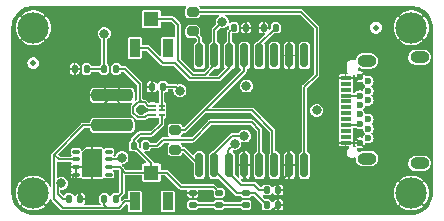
<source format=gtl>
%TF.GenerationSoftware,KiCad,Pcbnew,7.0.1*%
%TF.CreationDate,2023-03-24T10:32:53-04:00*%
%TF.ProjectId,wingbeat_detector,77696e67-6265-4617-945f-646574656374,3.0*%
%TF.SameCoordinates,Original*%
%TF.FileFunction,Copper,L1,Top*%
%TF.FilePolarity,Positive*%
%FSLAX46Y46*%
G04 Gerber Fmt 4.6, Leading zero omitted, Abs format (unit mm)*
G04 Created by KiCad (PCBNEW 7.0.1) date 2023-03-24 10:32:53*
%MOMM*%
%LPD*%
G01*
G04 APERTURE LIST*
G04 Aperture macros list*
%AMRoundRect*
0 Rectangle with rounded corners*
0 $1 Rounding radius*
0 $2 $3 $4 $5 $6 $7 $8 $9 X,Y pos of 4 corners*
0 Add a 4 corners polygon primitive as box body*
4,1,4,$2,$3,$4,$5,$6,$7,$8,$9,$2,$3,0*
0 Add four circle primitives for the rounded corners*
1,1,$1+$1,$2,$3*
1,1,$1+$1,$4,$5*
1,1,$1+$1,$6,$7*
1,1,$1+$1,$8,$9*
0 Add four rect primitives between the rounded corners*
20,1,$1+$1,$2,$3,$4,$5,0*
20,1,$1+$1,$4,$5,$6,$7,0*
20,1,$1+$1,$6,$7,$8,$9,0*
20,1,$1+$1,$8,$9,$2,$3,0*%
%AMFreePoly0*
4,1,18,-0.825000,0.870000,-0.495000,1.200000,0.742500,1.200000,0.774071,1.193720,0.800836,1.175836,0.818720,1.149071,0.825000,1.117500,0.825000,-1.117500,0.818720,-1.149071,0.800836,-1.175836,0.774071,-1.193720,0.742500,-1.200000,-0.742500,-1.200000,-0.774071,-1.193720,-0.800836,-1.175836,-0.818720,-1.149071,-0.825000,-1.117500,-0.825000,0.870000,-0.825000,0.870000,$1*%
%AMFreePoly1*
4,1,18,-0.237500,0.075000,-0.233694,0.094134,-0.222855,0.110355,-0.206634,0.121194,-0.187500,0.125000,0.137500,0.125000,0.237500,0.025000,0.237500,-0.075000,0.233694,-0.094134,0.222855,-0.110355,0.206634,-0.121194,0.187500,-0.125000,-0.187500,-0.125000,-0.206634,-0.121194,-0.222855,-0.110355,-0.233694,-0.094134,-0.237500,-0.075000,-0.237500,0.075000,-0.237500,0.075000,$1*%
G04 Aperture macros list end*
%TA.AperFunction,ComponentPad*%
%ADD10C,2.660000*%
%TD*%
%TA.AperFunction,SMDPad,CuDef*%
%ADD11R,0.900000X0.300000*%
%TD*%
%TA.AperFunction,ComponentPad*%
%ADD12C,0.600000*%
%TD*%
%TA.AperFunction,ComponentPad*%
%ADD13O,1.600000X1.000000*%
%TD*%
%TA.AperFunction,SMDPad,CuDef*%
%ADD14RoundRect,0.135000X0.135000X0.185000X-0.135000X0.185000X-0.135000X-0.185000X0.135000X-0.185000X0*%
%TD*%
%TA.AperFunction,SMDPad,CuDef*%
%ADD15RoundRect,0.030000X-0.270000X-0.120000X0.270000X-0.120000X0.270000X0.120000X-0.270000X0.120000X0*%
%TD*%
%TA.AperFunction,SMDPad,CuDef*%
%ADD16FreePoly0,0.000000*%
%TD*%
%TA.AperFunction,SMDPad,CuDef*%
%ADD17RoundRect,0.135000X-0.135000X-0.185000X0.135000X-0.185000X0.135000X0.185000X-0.135000X0.185000X0*%
%TD*%
%TA.AperFunction,SMDPad,CuDef*%
%ADD18C,0.500000*%
%TD*%
%TA.AperFunction,SMDPad,CuDef*%
%ADD19RoundRect,0.150000X-0.150000X0.875000X-0.150000X-0.875000X0.150000X-0.875000X0.150000X0.875000X0*%
%TD*%
%TA.AperFunction,SMDPad,CuDef*%
%ADD20RoundRect,0.135000X0.185000X-0.135000X0.185000X0.135000X-0.185000X0.135000X-0.185000X-0.135000X0*%
%TD*%
%TA.AperFunction,SMDPad,CuDef*%
%ADD21RoundRect,0.135000X-0.185000X0.135000X-0.185000X-0.135000X0.185000X-0.135000X0.185000X0.135000X0*%
%TD*%
%TA.AperFunction,SMDPad,CuDef*%
%ADD22RoundRect,0.200000X-0.275000X0.200000X-0.275000X-0.200000X0.275000X-0.200000X0.275000X0.200000X0*%
%TD*%
%TA.AperFunction,SMDPad,CuDef*%
%ADD23RoundRect,0.200000X0.275000X-0.200000X0.275000X0.200000X-0.275000X0.200000X-0.275000X-0.200000X0*%
%TD*%
%TA.AperFunction,SMDPad,CuDef*%
%ADD24RoundRect,0.140000X0.140000X0.170000X-0.140000X0.170000X-0.140000X-0.170000X0.140000X-0.170000X0*%
%TD*%
%TA.AperFunction,SMDPad,CuDef*%
%ADD25RoundRect,0.250000X-1.500000X-0.250000X1.500000X-0.250000X1.500000X0.250000X-1.500000X0.250000X0*%
%TD*%
%TA.AperFunction,SMDPad,CuDef*%
%ADD26R,0.890000X1.550000*%
%TD*%
%TA.AperFunction,SMDPad,CuDef*%
%ADD27R,1.270000X1.270000*%
%TD*%
%TA.AperFunction,SMDPad,CuDef*%
%ADD28RoundRect,0.140000X-0.140000X-0.170000X0.140000X-0.170000X0.140000X0.170000X-0.140000X0.170000X0*%
%TD*%
%TA.AperFunction,SMDPad,CuDef*%
%ADD29FreePoly1,0.000000*%
%TD*%
%TA.AperFunction,SMDPad,CuDef*%
%ADD30RoundRect,0.050000X-0.187500X-0.075000X0.187500X-0.075000X0.187500X0.075000X-0.187500X0.075000X0*%
%TD*%
%TA.AperFunction,ViaPad*%
%ADD31C,0.800000*%
%TD*%
%TA.AperFunction,Conductor*%
%ADD32C,0.150000*%
%TD*%
%TA.AperFunction,Conductor*%
%ADD33C,0.200000*%
%TD*%
G04 APERTURE END LIST*
D10*
%TO.P,H2,1,1*%
%TO.N,/GND*%
X166000000Y-93000000D03*
%TD*%
D11*
%TO.P,J1,A1,GND*%
%TO.N,/GND*%
X160440000Y-102750000D03*
%TO.P,J1,A2,SSTXP1*%
%TO.N,unconnected-(J1-SSTXP1-PadA2)*%
X160440000Y-102250000D03*
%TO.P,J1,A3,SSTXN1*%
%TO.N,unconnected-(J1-SSTXN1-PadA3)*%
X160440000Y-101750000D03*
%TO.P,J1,A4,VBUS_A*%
%TO.N,/V5+*%
X160440000Y-101250000D03*
%TO.P,J1,A5,CC1*%
%TO.N,unconnected-(J1-CC1-PadA5)*%
X160440000Y-100750000D03*
%TO.P,J1,A6,DP1*%
%TO.N,unconnected-(J1-DP1-PadA6)*%
X160440000Y-100250000D03*
%TO.P,J1,A7,DN1*%
%TO.N,unconnected-(J1-DN1-PadA7)*%
X160440000Y-99750000D03*
%TO.P,J1,A8,SBU1*%
%TO.N,unconnected-(J1-SBU1-PadA8)*%
X160440000Y-99250000D03*
%TO.P,J1,A9,VBUS_A*%
%TO.N,/V5+*%
X160440000Y-98750000D03*
%TO.P,J1,A10,SSRXN2*%
%TO.N,unconnected-(J1-SSRXN2-PadA10)*%
X160440000Y-98250000D03*
%TO.P,J1,A11,SSRXP2*%
%TO.N,unconnected-(J1-SSRXP2-PadA11)*%
X160440000Y-97750000D03*
%TO.P,J1,A12,GND*%
%TO.N,/GND*%
X160440000Y-97250000D03*
D12*
%TO.P,J1,B1,GND*%
X161650000Y-97150000D03*
%TO.P,J1,B2,SSTXP2*%
%TO.N,unconnected-(J1-SSTXP2-PadB2)*%
X162350000Y-97550000D03*
%TO.P,J1,B3,SSTXN2*%
%TO.N,unconnected-(J1-SSTXN2-PadB3)*%
X162350000Y-98350000D03*
%TO.P,J1,B4,VBUS_B*%
%TO.N,/V5+*%
X161650000Y-98750000D03*
%TO.P,J1,B5,CC2*%
%TO.N,unconnected-(J1-CC2-PadB5)*%
X162350000Y-99150000D03*
%TO.P,J1,B6,DP2*%
%TO.N,unconnected-(J1-DP2-PadB6)*%
X161650000Y-99550000D03*
%TO.P,J1,B7,DN2*%
%TO.N,unconnected-(J1-DN2-PadB7)*%
X161650000Y-100350000D03*
%TO.P,J1,B8,SBU2*%
%TO.N,unconnected-(J1-SBU2-PadB8)*%
X162350000Y-100750000D03*
%TO.P,J1,B9,VBUS_B*%
%TO.N,/V5+*%
X161650000Y-101150000D03*
%TO.P,J1,B10,SSRXN1*%
%TO.N,unconnected-(J1-SSRXN1-PadB10)*%
X162350000Y-101550000D03*
%TO.P,J1,B11,SSRXP1*%
%TO.N,unconnected-(J1-SSRXP1-PadB11)*%
X162350000Y-102350000D03*
%TO.P,J1,B12,GND*%
%TO.N,/GND*%
X161650000Y-102750000D03*
D13*
%TO.P,J1,S1,SHIELD*%
%TO.N,unconnected-(J1-SHIELD-PadS1)*%
X162250000Y-104080000D03*
%TO.P,J1,S2,SHIELD*%
%TO.N,unconnected-(J1-SHIELD-PadS2)*%
X162250000Y-95820000D03*
%TO.P,J1,S3,SHIELD*%
%TO.N,unconnected-(J1-SHIELD-PadS3)*%
X166700000Y-104490000D03*
%TO.P,J1,S4,SHIELD*%
%TO.N,unconnected-(J1-SHIELD-PadS4)*%
X166700000Y-95510000D03*
%TD*%
D14*
%TO.P,R14,1*%
%TO.N,/photodiode/PHOTODIODE_BUFFERED_SCALED*%
X138510000Y-96500000D03*
%TO.P,R14,2*%
%TO.N,/GND*%
X137490000Y-96500000D03*
%TD*%
D15*
%TO.P,U4,1*%
%TO.N,N/C*%
X137600000Y-103500000D03*
%TO.P,U4,2,-*%
%TO.N,Net-(D1-K)*%
X137600000Y-104150000D03*
%TO.P,U4,3,+*%
%TO.N,/GND*%
X137600000Y-104800000D03*
%TO.P,U4,4,V-*%
X137600000Y-105450000D03*
%TO.P,U4,5*%
%TO.N,N/C*%
X140400000Y-105450000D03*
%TO.P,U4,6*%
%TO.N,/PHOTODIODE_RAW*%
X140400000Y-104800000D03*
%TO.P,U4,7,V+*%
%TO.N,/V5+*%
X140400000Y-104150000D03*
%TO.P,U4,8*%
%TO.N,N/C*%
X140400000Y-103500000D03*
D16*
%TO.P,U4,9,EP*%
%TO.N,/GND*%
X139000000Y-104475000D03*
%TD*%
D17*
%TO.P,R9,1*%
%TO.N,Net-(U2-AAin-)*%
X150990000Y-93000000D03*
%TO.P,R9,2*%
%TO.N,/GND*%
X152010000Y-93000000D03*
%TD*%
D18*
%TO.P,FID1,*%
%TO.N,*%
X134000000Y-96000000D03*
%TD*%
D19*
%TO.P,U2,1,LPVo*%
%TO.N,unconnected-(U2-LPVo-Pad1)*%
X156945000Y-95350000D03*
%TO.P,U2,2,NC1*%
%TO.N,/GND*%
X155675000Y-95350000D03*
%TO.P,U2,3,Vin3*%
%TO.N,unconnected-(U2-Vin3-Pad3)*%
X154405000Y-95350000D03*
%TO.P,U2,4,Vin2*%
%TO.N,Net-(U2-Vin2)*%
X153135000Y-95350000D03*
%TO.P,U2,5,AAin+*%
%TO.N,/filter/HIGHPASS*%
X151865000Y-95350000D03*
%TO.P,U2,6,AAin-*%
%TO.N,Net-(U2-AAin-)*%
X150595000Y-95350000D03*
%TO.P,U2,7,AAVo*%
%TO.N,/filter/HIGHPASS_AMPLIFIED*%
X149325000Y-95350000D03*
%TO.P,U2,8,BPVo*%
%TO.N,Net-(U2-BPVo)*%
X148055000Y-95350000D03*
%TO.P,U2,9,Fadj1*%
%TO.N,Net-(U2-Fadj1)*%
X148055000Y-104650000D03*
%TO.P,U2,10,V-*%
%TO.N,/V10-*%
X149325000Y-104650000D03*
%TO.P,U2,11,V+*%
%TO.N,/V10+*%
X150595000Y-104650000D03*
%TO.P,U2,12,GND*%
%TO.N,/GND*%
X151865000Y-104650000D03*
%TO.P,U2,13,Vin1*%
%TO.N,Net-(U2-Vin1)*%
X153135000Y-104650000D03*
%TO.P,U2,14,HPVo*%
%TO.N,/filter/HIGHPASS*%
X154405000Y-104650000D03*
%TO.P,U2,15,NC2*%
%TO.N,/GND*%
X155675000Y-104650000D03*
%TO.P,U2,16,Fadj2*%
%TO.N,Net-(U2-Fadj2)*%
X156945000Y-104650000D03*
%TD*%
D20*
%TO.P,R12,1*%
%TO.N,Net-(R10-Pad2)*%
X149750000Y-108010000D03*
%TO.P,R12,2*%
%TO.N,/PHOTODIODE_RAW*%
X149750000Y-106990000D03*
%TD*%
D10*
%TO.P,H4,1,1*%
%TO.N,/GND*%
X134000000Y-107000000D03*
%TD*%
D21*
%TO.P,R10,1*%
%TO.N,/GND*%
X147500000Y-106990000D03*
%TO.P,R10,2*%
%TO.N,Net-(R10-Pad2)*%
X147500000Y-108010000D03*
%TD*%
D17*
%TO.P,R1,1*%
%TO.N,/PHOTODIODE_RAW*%
X142490000Y-103000000D03*
%TO.P,R1,2*%
%TO.N,Net-(U2-Vin1)*%
X143510000Y-103000000D03*
%TD*%
D20*
%TO.P,R11,1*%
%TO.N,Net-(R10-Pad2)*%
X152000000Y-108010000D03*
%TO.P,R11,2*%
%TO.N,/V10-*%
X152000000Y-106990000D03*
%TD*%
D22*
%TO.P,R5,1*%
%TO.N,/filter/HIGHPASS*%
X146000000Y-101675000D03*
%TO.P,R5,2*%
%TO.N,Net-(U2-Fadj1)*%
X146000000Y-103325000D03*
%TD*%
D23*
%TO.P,R7,1*%
%TO.N,Net-(U2-BPVo)*%
X147500000Y-93325000D03*
%TO.P,R7,2*%
%TO.N,Net-(U2-Fadj2)*%
X147500000Y-91675000D03*
%TD*%
D10*
%TO.P,H3,1,1*%
%TO.N,/GND*%
X166000000Y-107000000D03*
%TD*%
D24*
%TO.P,C8,1*%
%TO.N,/GND*%
X154730000Y-108000000D03*
%TO.P,C8,2*%
%TO.N,/V10-*%
X153770000Y-108000000D03*
%TD*%
D25*
%TO.P,D1,1,K*%
%TO.N,Net-(D1-K)*%
X140675000Y-101270000D03*
%TO.P,D1,2,A*%
%TO.N,/GND*%
X140675000Y-98730000D03*
%TD*%
D26*
%TO.P,RV2,1,1*%
%TO.N,Net-(D1-K)*%
X142605000Y-107720000D03*
D27*
%TO.P,RV2,2,2*%
%TO.N,/PHOTODIODE_RAW*%
X144000000Y-105280000D03*
D26*
%TO.P,RV2,3,3*%
%TO.N,unconnected-(RV2-Pad3)*%
X145395000Y-107720000D03*
%TD*%
D28*
%TO.P,C6,1*%
%TO.N,/V10+*%
X153770000Y-106750000D03*
%TO.P,C6,2*%
%TO.N,/GND*%
X154730000Y-106750000D03*
%TD*%
%TO.P,C10,1*%
%TO.N,/V5+*%
X137020000Y-107500000D03*
%TO.P,C10,2*%
%TO.N,/GND*%
X137980000Y-107500000D03*
%TD*%
D18*
%TO.P,FID3,*%
%TO.N,*%
X163000000Y-93000000D03*
%TD*%
D14*
%TO.P,R2,1*%
%TO.N,Net-(U2-Vin2)*%
X154510000Y-93000000D03*
%TO.P,R2,2*%
%TO.N,/GND*%
X153490000Y-93000000D03*
%TD*%
D24*
%TO.P,C12,1*%
%TO.N,/V5+*%
X144980000Y-98000000D03*
%TO.P,C12,2*%
%TO.N,/GND*%
X144020000Y-98000000D03*
%TD*%
D29*
%TO.P,U5,1*%
%TO.N,/photodiode/PHOTODIODE_BUFFERED*%
X144137500Y-99600000D03*
D30*
%TO.P,U5,2,V-*%
%TO.N,/GND*%
X144137500Y-100000000D03*
%TO.P,U5,3,-*%
%TO.N,/photodiode/PHOTODIODE_BUFFERED*%
X144137500Y-100400000D03*
%TO.P,U5,4,+*%
%TO.N,/PHOTODIODE_RAW*%
X144862500Y-100400000D03*
%TO.P,U5,5,~{SHDN}*%
%TO.N,/V5+*%
X144862500Y-100000000D03*
%TO.P,U5,6,V+*%
X144862500Y-99600000D03*
%TD*%
D10*
%TO.P,H1,1,1*%
%TO.N,/GND*%
X134000000Y-93000000D03*
%TD*%
D14*
%TO.P,R13,1*%
%TO.N,/photodiode/PHOTODIODE_BUFFERED*%
X141010000Y-96500000D03*
%TO.P,R13,2*%
%TO.N,/photodiode/PHOTODIODE_BUFFERED_SCALED*%
X139990000Y-96500000D03*
%TD*%
D28*
%TO.P,C11,1*%
%TO.N,Net-(D1-K)*%
X140020000Y-107500000D03*
%TO.P,C11,2*%
%TO.N,/PHOTODIODE_RAW*%
X140980000Y-107500000D03*
%TD*%
D26*
%TO.P,RV1,1,1*%
%TO.N,Net-(U2-AAin-)*%
X142605000Y-94720000D03*
D27*
%TO.P,RV1,2,2*%
%TO.N,/filter/HIGHPASS_AMPLIFIED*%
X144000000Y-92280000D03*
D26*
%TO.P,RV1,3,3*%
%TO.N,unconnected-(RV1-Pad3)*%
X145395000Y-94720000D03*
%TD*%
D31*
%TO.N,/GND*%
X144000000Y-96750000D03*
X137280562Y-106475500D03*
X149970000Y-93500000D03*
X137490000Y-97500200D03*
X156296500Y-97574400D03*
X155675000Y-93000000D03*
X146208800Y-91744600D03*
X155071300Y-102994100D03*
X143100000Y-99957500D03*
X142750000Y-93250000D03*
X159250000Y-92725000D03*
%TO.N,/filter/HIGHPASS_AMPLIFIED*%
X150000000Y-92500000D03*
%TO.N,/V5+*%
X158000000Y-100000000D03*
X146408329Y-98341671D03*
X136374500Y-106191589D03*
X141500000Y-104000000D03*
%TO.N,/V10+*%
X151046839Y-102836339D03*
%TO.N,/V10-*%
X151860700Y-102165000D03*
X152039500Y-97932700D03*
%TO.N,/photodiode/PHOTODIODE_BUFFERED_SCALED*%
X140000000Y-93500000D03*
%TD*%
D32*
%TO.N,/GND*%
X160440000Y-102750000D02*
X161650000Y-102750000D01*
X154730000Y-106480000D02*
X154250000Y-106000000D01*
X137600000Y-104800000D02*
X137600000Y-105450000D01*
X147050000Y-108775000D02*
X153955000Y-108775000D01*
X152010000Y-93000000D02*
X153490000Y-93000000D01*
X147010000Y-106990000D02*
X146500000Y-107500000D01*
X151865000Y-105615000D02*
X151865000Y-104650000D01*
X154250000Y-106000000D02*
X152250000Y-106000000D01*
X155071300Y-102994100D02*
X155675000Y-103597800D01*
X146500000Y-107500000D02*
X146500000Y-108225000D01*
X147500000Y-106990000D02*
X147010000Y-106990000D01*
X137600000Y-104800000D02*
X138675000Y-104800000D01*
X154730000Y-106750000D02*
X154730000Y-106480000D01*
X137490000Y-97990000D02*
X137490000Y-97500200D01*
X146500000Y-108225000D02*
X147050000Y-108775000D01*
X137980000Y-107174938D02*
X137280562Y-106475500D01*
X155675000Y-103597800D02*
X155675000Y-104650000D01*
X154730000Y-106270000D02*
X154730000Y-106750000D01*
X137980000Y-107500000D02*
X137980000Y-107174938D01*
X155000000Y-92000000D02*
X155675000Y-92675000D01*
X153490000Y-93000000D02*
X153490000Y-92510000D01*
X138230000Y-98730000D02*
X137490000Y-97990000D01*
X140675000Y-98730000D02*
X138230000Y-98730000D01*
X143142500Y-100000000D02*
X143100000Y-99957500D01*
X137490000Y-97500200D02*
X137490000Y-96500000D01*
X154730000Y-108000000D02*
X154730000Y-106750000D01*
X155675000Y-93000000D02*
X155675000Y-95350000D01*
X153490000Y-92510000D02*
X154000000Y-92000000D01*
X154000000Y-92000000D02*
X155000000Y-92000000D01*
X144020000Y-96770000D02*
X144020000Y-98000000D01*
X144000000Y-96750000D02*
X144020000Y-96770000D01*
X160440000Y-97250000D02*
X161550000Y-97250000D01*
X155675000Y-105325000D02*
X154730000Y-106270000D01*
X144137500Y-100000000D02*
X143142500Y-100000000D01*
X137280562Y-106475500D02*
X137280562Y-105769438D01*
X152250000Y-106000000D02*
X151865000Y-105615000D01*
X155675000Y-92675000D02*
X155675000Y-93000000D01*
X153955000Y-108775000D02*
X154730000Y-108000000D01*
X137280562Y-105769438D02*
X137600000Y-105450000D01*
%TO.N,Net-(U2-Vin1)*%
X145000000Y-102500000D02*
X144500000Y-103000000D01*
X149000000Y-101000000D02*
X147500000Y-102500000D01*
X144500000Y-103000000D02*
X143510000Y-103000000D01*
X152500000Y-101000000D02*
X149000000Y-101000000D01*
X153135000Y-104650000D02*
X153135000Y-101635000D01*
X153135000Y-101635000D02*
X152500000Y-101000000D01*
X147500000Y-102500000D02*
X145000000Y-102500000D01*
%TO.N,Net-(U2-Vin2)*%
X153135000Y-95350000D02*
X153135000Y-94375000D01*
X153135000Y-94375000D02*
X154510000Y-93000000D01*
%TO.N,/filter/HIGHPASS_AMPLIFIED*%
X149325000Y-93175000D02*
X149325000Y-95350000D01*
X147500000Y-97000000D02*
X148500000Y-97000000D01*
X146250000Y-95750000D02*
X147500000Y-97000000D01*
X148500000Y-97000000D02*
X149325000Y-96175000D01*
X150000000Y-92500000D02*
X149325000Y-93175000D01*
X144000000Y-92280000D02*
X145780000Y-92280000D01*
X146250000Y-92750000D02*
X146250000Y-95750000D01*
X145780000Y-92280000D02*
X146250000Y-92750000D01*
%TO.N,/filter/HIGHPASS*%
X154250000Y-101750000D02*
X154250000Y-104305000D01*
X146000000Y-101675000D02*
X146825000Y-101675000D01*
X148500000Y-100000000D02*
X151865000Y-96635000D01*
X152500000Y-100000000D02*
X154250000Y-101750000D01*
X146825000Y-101675000D02*
X148500000Y-100000000D01*
X151865000Y-96635000D02*
X151865000Y-95350000D01*
X148500000Y-100000000D02*
X152500000Y-100000000D01*
%TO.N,Net-(U2-Fadj1)*%
X146730000Y-103325000D02*
X148055000Y-104650000D01*
X146000000Y-103325000D02*
X146730000Y-103325000D01*
%TO.N,Net-(U2-BPVo)*%
X148055000Y-95350000D02*
X148055000Y-93880000D01*
X148055000Y-93880000D02*
X147500000Y-93325000D01*
%TO.N,Net-(U2-Fadj2)*%
X147500000Y-91675000D02*
X156675000Y-91675000D01*
X158000000Y-93000000D02*
X158000000Y-97000000D01*
X158000000Y-97000000D02*
X156945000Y-98055000D01*
X156675000Y-91675000D02*
X158000000Y-93000000D01*
X156945000Y-98055000D02*
X156945000Y-104650000D01*
%TO.N,Net-(U2-AAin-)*%
X145000000Y-96000000D02*
X146000000Y-96000000D01*
X143720000Y-94720000D02*
X145000000Y-96000000D01*
X142605000Y-94720000D02*
X143720000Y-94720000D01*
X146000000Y-96000000D02*
X147300000Y-97300000D01*
X150595000Y-95350000D02*
X150595000Y-93395000D01*
X147300000Y-97300000D02*
X149700000Y-97300000D01*
X150595000Y-93395000D02*
X150990000Y-93000000D01*
X150595000Y-96405000D02*
X150595000Y-95350000D01*
X149700000Y-97300000D02*
X150595000Y-96405000D01*
%TO.N,/V5+*%
X136500000Y-107500000D02*
X137020000Y-107500000D01*
X144862000Y-99654300D02*
X144862500Y-99654800D01*
X146066658Y-98000000D02*
X144980000Y-98000000D01*
X136050000Y-106516089D02*
X136050000Y-107050000D01*
X144862500Y-99600000D02*
X144862500Y-98117500D01*
X146408329Y-98341671D02*
X146066658Y-98000000D01*
X160440000Y-98750000D02*
X161650000Y-98750000D01*
X144862000Y-100000000D02*
X144862000Y-99654300D01*
X136374500Y-106191589D02*
X136050000Y-106516089D01*
X136050000Y-107050000D02*
X136500000Y-107500000D01*
X144862500Y-99654800D02*
X144862500Y-100000000D01*
X140400000Y-104150000D02*
X141350000Y-104150000D01*
X160440000Y-101250000D02*
X161550000Y-101250000D01*
X141350000Y-104150000D02*
X141500000Y-104000000D01*
%TO.N,/V10+*%
X151046839Y-102836339D02*
X150500000Y-103383178D01*
D33*
X150595000Y-105325000D02*
X151595000Y-106325000D01*
X151595000Y-106325000D02*
X152700000Y-106325000D01*
D32*
X150500000Y-103383178D02*
X150500000Y-103840300D01*
D33*
X152700000Y-106325000D02*
X153125000Y-106750000D01*
X153125000Y-106750000D02*
X153770000Y-106750000D01*
D32*
%TO.N,/V10-*%
X150835000Y-102165000D02*
X149325000Y-103675000D01*
X149325000Y-103675000D02*
X149325000Y-104408900D01*
D33*
X149575000Y-105325000D02*
X151240000Y-106990000D01*
D32*
X151860700Y-102165000D02*
X150835000Y-102165000D01*
D33*
X152010000Y-107000000D02*
X152770000Y-107000000D01*
X152770000Y-107000000D02*
X153770000Y-108000000D01*
X149325000Y-105325000D02*
X149575000Y-105325000D01*
X151240000Y-106990000D02*
X152000000Y-106990000D01*
D32*
%TO.N,Net-(D1-K)*%
X140020000Y-107500000D02*
X140020000Y-108020000D01*
X136150000Y-104150000D02*
X135750000Y-103750000D01*
X140250000Y-108250000D02*
X141250000Y-108250000D01*
X136500000Y-108250000D02*
X140250000Y-108250000D01*
X139079000Y-101270000D02*
X138230000Y-101270000D01*
X141780000Y-107720000D02*
X142605000Y-107720000D01*
X135750000Y-103750000D02*
X135750000Y-107500000D01*
X137600000Y-104150000D02*
X136150000Y-104150000D01*
X140020000Y-108020000D02*
X140250000Y-108250000D01*
X141250000Y-108250000D02*
X141780000Y-107720000D01*
X135750000Y-107500000D02*
X136500000Y-108250000D01*
X138230000Y-101270000D02*
X135750000Y-103750000D01*
%TO.N,/PHOTODIODE_RAW*%
X144000000Y-105280000D02*
X145280000Y-105280000D01*
X146500000Y-106500000D02*
X147160883Y-106500000D01*
X140400000Y-104800000D02*
X141300000Y-104800000D01*
X147160883Y-106500000D02*
X147165883Y-106495000D01*
X144862000Y-101138000D02*
X144000000Y-102000000D01*
X144862000Y-100769000D02*
X144862000Y-101138000D01*
X147165883Y-106495000D02*
X149255000Y-106495000D01*
X144862000Y-100400000D02*
X144862000Y-100769000D01*
X144000000Y-104500000D02*
X142500000Y-103000000D01*
X141300000Y-104800000D02*
X141500000Y-105000000D01*
X141500000Y-105000000D02*
X141780000Y-105280000D01*
X149255000Y-106495000D02*
X149750000Y-106990000D01*
X141500000Y-106980000D02*
X140980000Y-107500000D01*
X141500000Y-105000000D02*
X141500000Y-106980000D01*
X144000000Y-105280000D02*
X144000000Y-104500000D01*
X144862500Y-100768500D02*
X144862500Y-100400000D01*
X142490000Y-102510000D02*
X142490000Y-103000000D01*
X141780000Y-105280000D02*
X144000000Y-105280000D01*
X143000000Y-102000000D02*
X142490000Y-102510000D01*
X144862000Y-100769000D02*
X144862500Y-100768500D01*
X144000000Y-102000000D02*
X143000000Y-102000000D01*
X145280000Y-105280000D02*
X146500000Y-106500000D01*
%TO.N,Net-(R10-Pad2)*%
X149750000Y-108010000D02*
X152000000Y-108010000D01*
X147500000Y-108010000D02*
X149750000Y-108010000D01*
%TO.N,/photodiode/PHOTODIODE_BUFFERED*%
X143700000Y-99600000D02*
X144137500Y-99600000D01*
X143417500Y-100582500D02*
X142841116Y-100582500D01*
X143000000Y-99132500D02*
X143199700Y-99332200D01*
X142475000Y-99698616D02*
X142841116Y-99332500D01*
X144137500Y-100400000D02*
X143600000Y-100400000D01*
X141750000Y-96500000D02*
X143000000Y-97750000D01*
X143432500Y-99332500D02*
X143700000Y-99600000D01*
X143000000Y-97750000D02*
X143000000Y-99132500D01*
X142841116Y-100582500D02*
X142475000Y-100216384D01*
X143600000Y-100400000D02*
X143417500Y-100582500D01*
X142841116Y-99332500D02*
X143432500Y-99332500D01*
X142475000Y-100216384D02*
X142475000Y-99698616D01*
X141010000Y-96500000D02*
X141750000Y-96500000D01*
%TO.N,/photodiode/PHOTODIODE_BUFFERED_SCALED*%
X139990000Y-93510000D02*
X140000000Y-93500000D01*
X139990000Y-96500000D02*
X139990000Y-93510000D01*
X138510000Y-96500000D02*
X139990000Y-96500000D01*
%TD*%
%TA.AperFunction,Conductor*%
%TO.N,/GND*%
G36*
X143189598Y-99558911D02*
G01*
X143211765Y-99562422D01*
X143218856Y-99560522D01*
X143238010Y-99558000D01*
X143308442Y-99558000D01*
X143336760Y-99563633D01*
X143360768Y-99579674D01*
X143534992Y-99753897D01*
X143537658Y-99756707D01*
X143564492Y-99786509D01*
X143586747Y-99796418D01*
X143596953Y-99801959D01*
X143617382Y-99815226D01*
X143625781Y-99816556D01*
X143644300Y-99822042D01*
X143652067Y-99825500D01*
X143652068Y-99825500D01*
X143676000Y-99825500D01*
X143713000Y-99835414D01*
X143740086Y-99862500D01*
X143750000Y-99899500D01*
X143750000Y-99925000D01*
X144138500Y-99925000D01*
X144175500Y-99934914D01*
X144202586Y-99962000D01*
X144212500Y-99999000D01*
X144212500Y-100001000D01*
X144202586Y-100038000D01*
X144175500Y-100065086D01*
X144138500Y-100075000D01*
X143750000Y-100075000D01*
X143750000Y-100100500D01*
X143740086Y-100137500D01*
X143713000Y-100164586D01*
X143676000Y-100174500D01*
X143607861Y-100174500D01*
X143603988Y-100174399D01*
X143600055Y-100174192D01*
X143563936Y-100172300D01*
X143563935Y-100172300D01*
X143541185Y-100181032D01*
X143530056Y-100184328D01*
X143506231Y-100189392D01*
X143499353Y-100194390D01*
X143482383Y-100203604D01*
X143474439Y-100206653D01*
X143457209Y-100223883D01*
X143448384Y-100231420D01*
X143428677Y-100245739D01*
X143424423Y-100253107D01*
X143412666Y-100268426D01*
X143345766Y-100335327D01*
X143321763Y-100351367D01*
X143293444Y-100357000D01*
X142965173Y-100357000D01*
X142936854Y-100351367D01*
X142912847Y-100335326D01*
X142722174Y-100144653D01*
X142706133Y-100120646D01*
X142700500Y-100092327D01*
X142700500Y-99822674D01*
X142706133Y-99794356D01*
X142722174Y-99770348D01*
X142912847Y-99579674D01*
X142936854Y-99563633D01*
X142965173Y-99558000D01*
X143178021Y-99558000D01*
X143189598Y-99558911D01*
G37*
%TD.AperFunction*%
%TA.AperFunction,Conductor*%
G36*
X146916279Y-91162971D02*
G01*
X146943534Y-91196181D01*
X146947745Y-91238937D01*
X146938560Y-91256120D01*
X146941225Y-91257423D01*
X146884426Y-91373605D01*
X146874500Y-91441740D01*
X146874500Y-91908260D01*
X146884426Y-91976394D01*
X146935801Y-92081482D01*
X147018517Y-92164198D01*
X147123605Y-92215573D01*
X147191740Y-92225500D01*
X147808260Y-92225500D01*
X147876394Y-92215573D01*
X147928937Y-92189885D01*
X147981483Y-92164198D01*
X148064198Y-92081483D01*
X148115573Y-91976393D01*
X148117403Y-91963831D01*
X148130405Y-91931501D01*
X148156762Y-91908705D01*
X148190630Y-91900500D01*
X149658992Y-91900500D01*
X149702095Y-91914349D01*
X149729065Y-91950713D01*
X149729806Y-91995981D01*
X149704042Y-92033206D01*
X149641127Y-92081483D01*
X149607379Y-92107379D01*
X149519137Y-92222377D01*
X149463670Y-92356289D01*
X149444749Y-92499999D01*
X149458294Y-92602876D01*
X149463670Y-92643709D01*
X149466339Y-92650152D01*
X149470549Y-92692906D01*
X149450297Y-92730795D01*
X149171099Y-93009994D01*
X149168291Y-93012659D01*
X149138490Y-93039493D01*
X149128581Y-93061748D01*
X149123043Y-93071948D01*
X149109773Y-93092381D01*
X149108443Y-93100782D01*
X149102960Y-93119294D01*
X149100841Y-93124057D01*
X149099500Y-93127069D01*
X149099500Y-93151427D01*
X149098589Y-93163002D01*
X149094778Y-93187064D01*
X149096979Y-93195279D01*
X149099500Y-93214430D01*
X149099500Y-94131629D01*
X149087499Y-94172028D01*
X149055390Y-94199323D01*
X149030354Y-94210377D01*
X149002234Y-94222794D01*
X148922794Y-94302235D01*
X148877414Y-94405009D01*
X148874500Y-94430134D01*
X148874501Y-96274141D01*
X148873434Y-96274141D01*
X148870575Y-96300082D01*
X148853014Y-96328080D01*
X148428269Y-96752826D01*
X148404262Y-96768867D01*
X148375943Y-96774500D01*
X147624058Y-96774500D01*
X147595739Y-96768867D01*
X147571732Y-96752826D01*
X146497174Y-95678269D01*
X146481133Y-95654262D01*
X146475500Y-95625943D01*
X146475500Y-93558260D01*
X146874500Y-93558260D01*
X146884426Y-93626394D01*
X146935801Y-93731482D01*
X147018517Y-93814198D01*
X147123605Y-93865573D01*
X147191740Y-93875500D01*
X147700943Y-93875500D01*
X147729262Y-93881133D01*
X147753269Y-93897174D01*
X147807826Y-93951731D01*
X147823867Y-93975738D01*
X147829500Y-94004057D01*
X147829500Y-94131629D01*
X147817499Y-94172028D01*
X147785390Y-94199323D01*
X147760354Y-94210377D01*
X147732234Y-94222794D01*
X147652794Y-94302235D01*
X147607414Y-94405009D01*
X147604500Y-94430134D01*
X147604500Y-96269865D01*
X147607414Y-96294989D01*
X147607415Y-96294991D01*
X147652794Y-96397765D01*
X147732235Y-96477206D01*
X147835009Y-96522585D01*
X147860135Y-96525500D01*
X148249864Y-96525499D01*
X148249865Y-96525499D01*
X148258239Y-96524527D01*
X148274991Y-96522585D01*
X148377765Y-96477206D01*
X148457206Y-96397765D01*
X148502585Y-96294991D01*
X148505500Y-96269865D01*
X148505499Y-94430136D01*
X148502585Y-94405009D01*
X148457206Y-94302235D01*
X148377765Y-94222794D01*
X148324609Y-94199323D01*
X148292501Y-94172028D01*
X148280500Y-94131629D01*
X148280500Y-93887861D01*
X148280601Y-93883988D01*
X148281566Y-93865573D01*
X148282700Y-93843936D01*
X148273968Y-93821190D01*
X148270670Y-93810054D01*
X148265607Y-93786231D01*
X148260611Y-93779355D01*
X148251392Y-93762376D01*
X148248346Y-93754441D01*
X148231118Y-93737213D01*
X148223583Y-93728391D01*
X148209260Y-93708677D01*
X148209259Y-93708676D01*
X148209258Y-93708675D01*
X148201896Y-93704425D01*
X148186571Y-93692666D01*
X148142427Y-93648522D01*
X148124518Y-93619498D01*
X148121527Y-93585524D01*
X148125500Y-93558262D01*
X148125500Y-93091740D01*
X148115573Y-93023605D01*
X148064198Y-92918517D01*
X147981482Y-92835801D01*
X147876394Y-92784426D01*
X147808260Y-92774500D01*
X147191740Y-92774500D01*
X147123605Y-92784426D01*
X147018517Y-92835801D01*
X146935801Y-92918517D01*
X146884426Y-93023605D01*
X146874500Y-93091740D01*
X146874500Y-93558260D01*
X146475500Y-93558260D01*
X146475500Y-92757849D01*
X146475601Y-92753977D01*
X146477699Y-92713935D01*
X146468970Y-92691197D01*
X146465671Y-92680059D01*
X146460607Y-92656233D01*
X146460607Y-92656232D01*
X146455608Y-92649352D01*
X146446390Y-92632374D01*
X146443345Y-92624440D01*
X146426118Y-92607213D01*
X146418583Y-92598391D01*
X146404260Y-92578677D01*
X146404259Y-92578676D01*
X146404258Y-92578675D01*
X146396896Y-92574425D01*
X146381571Y-92562666D01*
X145945007Y-92126102D01*
X145942340Y-92123292D01*
X145915505Y-92093489D01*
X145893253Y-92083582D01*
X145883051Y-92078044D01*
X145862618Y-92064774D01*
X145862617Y-92064773D01*
X145862616Y-92064773D01*
X145854217Y-92063443D01*
X145835700Y-92057958D01*
X145827932Y-92054500D01*
X145803573Y-92054500D01*
X145791998Y-92053589D01*
X145767935Y-92049778D01*
X145759721Y-92051979D01*
X145740570Y-92054500D01*
X144859500Y-92054500D01*
X144822500Y-92044586D01*
X144795414Y-92017500D01*
X144785500Y-91980500D01*
X144785500Y-91630181D01*
X144785500Y-91630180D01*
X144776767Y-91586278D01*
X144743504Y-91536496D01*
X144693722Y-91503233D01*
X144649820Y-91494500D01*
X143350180Y-91494500D01*
X143306278Y-91503233D01*
X143256496Y-91536496D01*
X143223233Y-91586278D01*
X143214500Y-91630180D01*
X143214500Y-92929820D01*
X143223233Y-92973722D01*
X143256496Y-93023504D01*
X143306278Y-93056767D01*
X143350180Y-93065500D01*
X144649819Y-93065500D01*
X144649820Y-93065500D01*
X144693722Y-93056767D01*
X144743504Y-93023504D01*
X144776767Y-92973722D01*
X144785500Y-92929820D01*
X144785500Y-92579500D01*
X144795414Y-92542500D01*
X144822500Y-92515414D01*
X144859500Y-92505500D01*
X145655942Y-92505500D01*
X145684261Y-92511133D01*
X145708268Y-92527174D01*
X146002826Y-92821731D01*
X146018867Y-92845738D01*
X146024500Y-92874057D01*
X146024500Y-93748831D01*
X146013972Y-93786874D01*
X145985384Y-93814093D01*
X145946870Y-93822742D01*
X145909390Y-93810361D01*
X145898722Y-93803233D01*
X145854820Y-93794500D01*
X144935180Y-93794500D01*
X144891277Y-93803233D01*
X144891278Y-93803233D01*
X144841496Y-93836496D01*
X144808233Y-93886278D01*
X144799500Y-93930181D01*
X144799500Y-95301943D01*
X144787029Y-95343055D01*
X144753819Y-95370310D01*
X144711063Y-95374521D01*
X144673174Y-95354269D01*
X143885007Y-94566102D01*
X143882340Y-94563292D01*
X143855505Y-94533489D01*
X143833253Y-94523582D01*
X143823051Y-94518044D01*
X143802618Y-94504774D01*
X143802617Y-94504773D01*
X143802616Y-94504773D01*
X143794217Y-94503443D01*
X143775700Y-94497958D01*
X143767932Y-94494500D01*
X143743573Y-94494500D01*
X143731998Y-94493589D01*
X143707935Y-94489778D01*
X143699721Y-94491979D01*
X143680570Y-94494500D01*
X143274500Y-94494500D01*
X143237500Y-94484586D01*
X143210414Y-94457500D01*
X143200500Y-94420500D01*
X143200500Y-93930181D01*
X143193934Y-93897174D01*
X143191767Y-93886278D01*
X143158504Y-93836496D01*
X143108722Y-93803233D01*
X143064820Y-93794500D01*
X142145180Y-93794500D01*
X142101278Y-93803233D01*
X142051496Y-93836496D01*
X142018233Y-93886278D01*
X142009500Y-93930180D01*
X142009500Y-95509820D01*
X142018233Y-95553722D01*
X142051496Y-95603504D01*
X142101278Y-95636767D01*
X142145180Y-95645500D01*
X143064819Y-95645500D01*
X143064820Y-95645500D01*
X143108722Y-95636767D01*
X143158504Y-95603504D01*
X143191767Y-95553722D01*
X143200500Y-95509820D01*
X143200500Y-95019500D01*
X143210414Y-94982500D01*
X143237500Y-94955414D01*
X143274500Y-94945500D01*
X143595942Y-94945500D01*
X143624261Y-94951133D01*
X143648268Y-94967174D01*
X144834992Y-96153897D01*
X144837658Y-96156706D01*
X144864493Y-96186509D01*
X144886753Y-96196419D01*
X144896944Y-96201952D01*
X144917382Y-96215225D01*
X144925779Y-96216554D01*
X144944298Y-96222040D01*
X144952068Y-96225500D01*
X144976427Y-96225500D01*
X144988004Y-96226411D01*
X144996355Y-96227733D01*
X145012065Y-96230222D01*
X145012065Y-96230221D01*
X145012066Y-96230222D01*
X145020278Y-96228022D01*
X145039431Y-96225500D01*
X145875942Y-96225500D01*
X145904261Y-96231133D01*
X145928268Y-96247174D01*
X147134992Y-97453897D01*
X147137658Y-97456706D01*
X147164493Y-97486509D01*
X147186751Y-97496418D01*
X147196942Y-97501951D01*
X147217383Y-97515226D01*
X147225782Y-97516555D01*
X147244305Y-97522043D01*
X147252068Y-97525500D01*
X147276428Y-97525500D01*
X147288003Y-97526411D01*
X147291545Y-97526971D01*
X147312066Y-97530222D01*
X147320280Y-97528020D01*
X147339431Y-97525500D01*
X149692139Y-97525500D01*
X149696012Y-97525601D01*
X149736064Y-97527700D01*
X149758812Y-97518967D01*
X149769930Y-97515673D01*
X149793768Y-97510607D01*
X149800644Y-97505610D01*
X149817624Y-97496392D01*
X149817621Y-97496392D01*
X149825560Y-97493346D01*
X149842793Y-97476112D01*
X149851616Y-97468577D01*
X149871323Y-97454260D01*
X149875572Y-97446898D01*
X149887329Y-97431575D01*
X150748915Y-96569988D01*
X150751706Y-96567341D01*
X150758745Y-96561003D01*
X150781509Y-96540507D01*
X150781509Y-96540504D01*
X150781863Y-96540187D01*
X150805759Y-96529397D01*
X150804748Y-96527107D01*
X150814988Y-96522585D01*
X150814991Y-96522585D01*
X150917765Y-96477206D01*
X150997206Y-96397765D01*
X151042585Y-96294991D01*
X151045500Y-96269865D01*
X151045499Y-94430136D01*
X151042585Y-94405009D01*
X150997206Y-94302235D01*
X150917765Y-94222794D01*
X150864609Y-94199323D01*
X150832501Y-94172028D01*
X150820500Y-94131629D01*
X150820500Y-93544499D01*
X150830414Y-93507499D01*
X150857500Y-93480413D01*
X150894500Y-93470499D01*
X151167624Y-93470499D01*
X151179559Y-93469114D01*
X151191498Y-93467730D01*
X151289141Y-93424616D01*
X151364616Y-93349141D01*
X151407730Y-93251498D01*
X151410500Y-93227623D01*
X151410499Y-93075000D01*
X151590000Y-93075000D01*
X151590000Y-93227557D01*
X151592763Y-93251379D01*
X151635804Y-93348855D01*
X151711144Y-93424195D01*
X151808620Y-93467236D01*
X151832443Y-93470000D01*
X151935000Y-93470000D01*
X151935000Y-93075000D01*
X152085000Y-93075000D01*
X152085000Y-93470000D01*
X152187557Y-93470000D01*
X152211379Y-93467236D01*
X152308855Y-93424195D01*
X152384195Y-93348855D01*
X152427236Y-93251379D01*
X152430000Y-93227557D01*
X152430000Y-93075000D01*
X153070000Y-93075000D01*
X153070000Y-93227557D01*
X153072763Y-93251379D01*
X153115804Y-93348855D01*
X153191144Y-93424195D01*
X153288620Y-93467236D01*
X153312443Y-93470000D01*
X153415000Y-93470000D01*
X153415000Y-93075000D01*
X153070000Y-93075000D01*
X152430000Y-93075000D01*
X152085000Y-93075000D01*
X151935000Y-93075000D01*
X151590000Y-93075000D01*
X151410499Y-93075000D01*
X151410499Y-92925000D01*
X151590000Y-92925000D01*
X151935000Y-92925000D01*
X151935000Y-92530000D01*
X152085000Y-92530000D01*
X152085000Y-92925000D01*
X152430000Y-92925000D01*
X153070000Y-92925000D01*
X153415000Y-92925000D01*
X153415000Y-92530000D01*
X153565000Y-92530000D01*
X153565000Y-92925000D01*
X153910000Y-92925000D01*
X153910000Y-92772443D01*
X153907236Y-92748620D01*
X153864195Y-92651144D01*
X153788855Y-92575804D01*
X153691379Y-92532763D01*
X153667557Y-92530000D01*
X153565000Y-92530000D01*
X153415000Y-92530000D01*
X153312443Y-92530000D01*
X153288620Y-92532763D01*
X153191144Y-92575804D01*
X153115804Y-92651144D01*
X153072763Y-92748620D01*
X153070000Y-92772443D01*
X153070000Y-92925000D01*
X152430000Y-92925000D01*
X152430000Y-92772443D01*
X152427236Y-92748620D01*
X152384195Y-92651144D01*
X152308855Y-92575804D01*
X152211379Y-92532763D01*
X152187557Y-92530000D01*
X152085000Y-92530000D01*
X151935000Y-92530000D01*
X151832443Y-92530000D01*
X151808620Y-92532763D01*
X151711144Y-92575804D01*
X151635804Y-92651144D01*
X151592763Y-92748620D01*
X151590000Y-92772443D01*
X151590000Y-92925000D01*
X151410499Y-92925000D01*
X151410499Y-92772378D01*
X151407730Y-92748502D01*
X151364616Y-92650859D01*
X151289141Y-92575384D01*
X151191498Y-92532270D01*
X151191496Y-92532269D01*
X151170755Y-92529863D01*
X151167622Y-92529500D01*
X150812376Y-92529500D01*
X150788503Y-92532269D01*
X150690857Y-92575384D01*
X150677407Y-92588835D01*
X150637135Y-92609520D01*
X150592351Y-92602876D01*
X150559819Y-92571390D01*
X150551715Y-92526848D01*
X150553221Y-92515414D01*
X150555250Y-92500000D01*
X150536330Y-92356291D01*
X150507992Y-92287876D01*
X150480862Y-92222377D01*
X150480861Y-92222376D01*
X150480861Y-92222375D01*
X150392621Y-92107379D01*
X150295957Y-92033206D01*
X150270194Y-91995981D01*
X150270935Y-91950713D01*
X150297905Y-91914349D01*
X150341008Y-91900500D01*
X156550942Y-91900500D01*
X156579261Y-91906133D01*
X156603268Y-91922174D01*
X157752826Y-93071731D01*
X157768867Y-93095738D01*
X157774500Y-93124057D01*
X157774500Y-96875943D01*
X157768867Y-96904262D01*
X157752826Y-96928269D01*
X156791100Y-97889993D01*
X156788292Y-97892658D01*
X156758490Y-97919493D01*
X156748581Y-97941748D01*
X156743043Y-97951948D01*
X156729773Y-97972381D01*
X156728443Y-97980782D01*
X156722960Y-97999294D01*
X156722647Y-98000000D01*
X156719500Y-98007069D01*
X156719500Y-98031427D01*
X156718589Y-98043002D01*
X156714778Y-98067064D01*
X156716979Y-98075279D01*
X156719500Y-98094430D01*
X156719500Y-103431629D01*
X156707499Y-103472028D01*
X156675390Y-103499323D01*
X156661556Y-103505432D01*
X156622234Y-103522794D01*
X156542794Y-103602235D01*
X156497414Y-103705009D01*
X156494500Y-103730134D01*
X156494500Y-105569865D01*
X156497414Y-105594989D01*
X156497415Y-105594991D01*
X156542794Y-105697765D01*
X156622235Y-105777206D01*
X156725009Y-105822585D01*
X156750135Y-105825500D01*
X157139864Y-105825499D01*
X157139865Y-105825499D01*
X157148239Y-105824527D01*
X157164991Y-105822585D01*
X157267765Y-105777206D01*
X157347206Y-105697765D01*
X157392585Y-105594991D01*
X157395500Y-105569865D01*
X157395499Y-103730136D01*
X157392585Y-103705009D01*
X157347206Y-103602235D01*
X157267765Y-103522794D01*
X157214609Y-103499323D01*
X157182501Y-103472028D01*
X157170500Y-103431629D01*
X157170500Y-102825000D01*
X159840001Y-102825000D01*
X159840001Y-102914777D01*
X159848702Y-102958526D01*
X159881855Y-103008143D01*
X159931473Y-103041296D01*
X159975226Y-103050000D01*
X160365000Y-103050000D01*
X160365000Y-103049999D01*
X160515000Y-103049999D01*
X160652521Y-103049999D01*
X160694725Y-103063214D01*
X160721855Y-103098139D01*
X160724222Y-103142300D01*
X160700980Y-103179925D01*
X160636944Y-103235411D01*
X160563021Y-103350440D01*
X160524500Y-103481631D01*
X160524500Y-103618369D01*
X160557939Y-103732251D01*
X160563022Y-103749561D01*
X160571366Y-103762545D01*
X160636944Y-103864589D01*
X160740280Y-103954129D01*
X160740281Y-103954129D01*
X160740282Y-103954130D01*
X160864658Y-104010931D01*
X160965989Y-104025500D01*
X161034010Y-104025500D01*
X161034011Y-104025500D01*
X161135342Y-104010931D01*
X161191599Y-103985238D01*
X161238275Y-103980287D01*
X161278541Y-104004411D01*
X161296194Y-104047904D01*
X161305944Y-104202860D01*
X161356732Y-104359171D01*
X161444030Y-104496731D01*
X161444798Y-104497940D01*
X161564607Y-104610448D01*
X161708632Y-104689627D01*
X161867823Y-104730500D01*
X162590925Y-104730500D01*
X162590929Y-104730500D01*
X162713058Y-104715071D01*
X162777322Y-104689627D01*
X162865871Y-104654568D01*
X162998837Y-104557963D01*
X163089121Y-104448828D01*
X165745623Y-104448828D01*
X165755944Y-104612860D01*
X165806732Y-104769171D01*
X165873893Y-104875000D01*
X165894798Y-104907940D01*
X166014607Y-105020448D01*
X166158632Y-105099627D01*
X166317823Y-105140500D01*
X167040925Y-105140500D01*
X167040929Y-105140500D01*
X167163058Y-105125071D01*
X167167551Y-105123292D01*
X167315871Y-105064568D01*
X167448837Y-104967963D01*
X167553600Y-104841326D01*
X167623579Y-104692613D01*
X167643864Y-104586278D01*
X167654376Y-104531171D01*
X167652618Y-104503233D01*
X167644056Y-104367140D01*
X167593268Y-104210829D01*
X167505202Y-104072060D01*
X167385393Y-103959552D01*
X167385392Y-103959551D01*
X167241366Y-103880372D01*
X167082177Y-103839500D01*
X166359075Y-103839500D01*
X166359071Y-103839500D01*
X166236941Y-103854928D01*
X166084129Y-103915431D01*
X165951163Y-104012037D01*
X165846400Y-104138673D01*
X165776420Y-104287387D01*
X165745623Y-104448828D01*
X163089121Y-104448828D01*
X163103600Y-104431326D01*
X163173579Y-104282613D01*
X163200076Y-104143710D01*
X163204376Y-104121171D01*
X163199766Y-104047904D01*
X163194056Y-103957140D01*
X163143268Y-103800829D01*
X163058580Y-103667383D01*
X163055204Y-103662063D01*
X163055203Y-103662062D01*
X163055202Y-103662060D01*
X162935393Y-103549552D01*
X162935392Y-103549551D01*
X162804175Y-103477414D01*
X162791368Y-103470373D01*
X162791367Y-103470372D01*
X162791366Y-103470372D01*
X162632177Y-103429500D01*
X161909075Y-103429500D01*
X161909071Y-103429500D01*
X161786941Y-103444928D01*
X161634129Y-103505431D01*
X161592996Y-103535317D01*
X161555306Y-103549222D01*
X161515905Y-103541385D01*
X161486405Y-103514115D01*
X161479998Y-103491400D01*
X161478498Y-103491841D01*
X161440438Y-103362223D01*
X161436978Y-103350439D01*
X161398557Y-103290654D01*
X161390575Y-103278233D01*
X161378875Y-103235584D01*
X161393588Y-103193879D01*
X161429459Y-103168013D01*
X161473677Y-103167224D01*
X161585299Y-103200000D01*
X161714701Y-103200000D01*
X161838858Y-103163543D01*
X161911069Y-103117135D01*
X161281749Y-102487815D01*
X161267543Y-102504210D01*
X161213788Y-102621916D01*
X161195373Y-102749999D01*
X161213788Y-102878083D01*
X161271963Y-103005469D01*
X161270316Y-103006220D01*
X161283134Y-103038796D01*
X161268421Y-103085784D01*
X161227482Y-103113139D01*
X161178440Y-103108751D01*
X161135341Y-103089068D01*
X161077078Y-103080692D01*
X161033750Y-103058191D01*
X161013866Y-103013602D01*
X161026081Y-102966332D01*
X161031296Y-102958526D01*
X161040000Y-102914774D01*
X161040000Y-102825000D01*
X160515000Y-102825000D01*
X160515000Y-103049999D01*
X160365000Y-103049999D01*
X160365000Y-102825000D01*
X159840001Y-102825000D01*
X157170500Y-102825000D01*
X157170500Y-102414819D01*
X159839500Y-102414819D01*
X159848233Y-102458722D01*
X159848644Y-102459337D01*
X159861115Y-102500447D01*
X159848763Y-102541169D01*
X159840000Y-102585226D01*
X159840000Y-102675000D01*
X161039999Y-102675000D01*
X161039999Y-102585223D01*
X161031237Y-102541169D01*
X161018884Y-102500445D01*
X161031358Y-102459333D01*
X161031767Y-102458722D01*
X161040500Y-102414820D01*
X161040500Y-102085180D01*
X161031767Y-102041278D01*
X161031655Y-102041110D01*
X161019184Y-102000000D01*
X161031656Y-101958887D01*
X161031767Y-101958722D01*
X161040500Y-101914820D01*
X161040500Y-101585180D01*
X161036274Y-101563936D01*
X161040484Y-101521182D01*
X161067739Y-101487972D01*
X161108852Y-101475500D01*
X161302154Y-101475500D01*
X161332890Y-101482185D01*
X161342333Y-101489252D01*
X161343000Y-101488215D01*
X161366887Y-101503566D01*
X161460931Y-101564004D01*
X161585228Y-101600500D01*
X161714770Y-101600500D01*
X161714772Y-101600500D01*
X161812599Y-101571776D01*
X161854293Y-101571777D01*
X161889371Y-101594319D01*
X161906692Y-101632248D01*
X161913302Y-101678225D01*
X161967118Y-101796064D01*
X162058514Y-101901541D01*
X162074502Y-101932554D01*
X162074502Y-101967446D01*
X162058514Y-101998459D01*
X161967118Y-102103935D01*
X161913302Y-102221774D01*
X161906620Y-102268253D01*
X161889298Y-102306181D01*
X161854221Y-102328723D01*
X161812525Y-102328724D01*
X161714699Y-102300000D01*
X161585299Y-102300000D01*
X161461141Y-102336456D01*
X161388930Y-102382863D01*
X161388930Y-102382864D01*
X162018249Y-103012183D01*
X162018250Y-103012183D01*
X162032455Y-102995791D01*
X162086211Y-102878081D01*
X162092821Y-102832106D01*
X162110142Y-102794177D01*
X162145219Y-102771634D01*
X162186913Y-102771633D01*
X162285228Y-102800500D01*
X162414770Y-102800500D01*
X162414772Y-102800500D01*
X162539069Y-102764004D01*
X162648049Y-102693967D01*
X162732882Y-102596063D01*
X162786697Y-102478226D01*
X162805133Y-102350000D01*
X162786697Y-102221774D01*
X162732882Y-102103937D01*
X162732881Y-102103936D01*
X162732881Y-102103935D01*
X162658509Y-102018105D01*
X162648049Y-102006033D01*
X162648048Y-102006032D01*
X162641486Y-101998459D01*
X162625498Y-101967446D01*
X162625498Y-101932554D01*
X162641486Y-101901541D01*
X162649856Y-101891882D01*
X162732882Y-101796063D01*
X162786697Y-101678226D01*
X162805133Y-101550000D01*
X162786697Y-101421774D01*
X162732882Y-101303937D01*
X162732881Y-101303936D01*
X162732881Y-101303935D01*
X162641486Y-101198459D01*
X162625498Y-101167446D01*
X162625498Y-101132554D01*
X162641486Y-101101541D01*
X162663051Y-101076654D01*
X162732882Y-100996063D01*
X162786697Y-100878226D01*
X162805133Y-100750000D01*
X162786697Y-100621774D01*
X162732882Y-100503937D01*
X162648049Y-100406033D01*
X162539069Y-100335996D01*
X162414772Y-100299500D01*
X162285228Y-100299500D01*
X162187400Y-100328223D01*
X162145705Y-100328223D01*
X162110628Y-100305680D01*
X162093307Y-100267751D01*
X162090290Y-100246769D01*
X162086697Y-100221774D01*
X162032882Y-100103937D01*
X162032881Y-100103936D01*
X162032881Y-100103935D01*
X161941486Y-99998459D01*
X161925498Y-99967446D01*
X161925498Y-99932554D01*
X161941486Y-99901541D01*
X161964051Y-99875500D01*
X162032882Y-99796063D01*
X162086697Y-99678226D01*
X162093307Y-99632247D01*
X162110628Y-99594320D01*
X162145705Y-99571777D01*
X162187400Y-99571776D01*
X162285228Y-99600500D01*
X162414770Y-99600500D01*
X162414772Y-99600500D01*
X162539069Y-99564004D01*
X162648049Y-99493967D01*
X162732882Y-99396063D01*
X162786697Y-99278226D01*
X162805133Y-99150000D01*
X162786697Y-99021774D01*
X162732882Y-98903937D01*
X162732881Y-98903936D01*
X162732881Y-98903935D01*
X162641486Y-98798459D01*
X162625498Y-98767446D01*
X162625498Y-98732554D01*
X162641486Y-98701541D01*
X162732881Y-98596064D01*
X162732880Y-98596064D01*
X162732882Y-98596063D01*
X162786697Y-98478226D01*
X162805133Y-98350000D01*
X162786697Y-98221774D01*
X162732882Y-98103937D01*
X162732881Y-98103936D01*
X162732881Y-98103935D01*
X162641486Y-97998459D01*
X162625498Y-97967446D01*
X162625498Y-97932554D01*
X162641486Y-97901541D01*
X162691861Y-97843405D01*
X162732882Y-97796063D01*
X162786697Y-97678226D01*
X162805133Y-97550000D01*
X162786697Y-97421774D01*
X162732882Y-97303937D01*
X162648049Y-97206033D01*
X162539069Y-97135996D01*
X162414772Y-97099500D01*
X162285228Y-97099500D01*
X162273165Y-97103042D01*
X162186915Y-97128366D01*
X162145219Y-97128365D01*
X162110142Y-97105822D01*
X162092821Y-97067894D01*
X162086210Y-97021916D01*
X162032457Y-96904209D01*
X162018250Y-96887815D01*
X161650000Y-97256066D01*
X161388930Y-97517135D01*
X161461140Y-97563543D01*
X161585299Y-97600000D01*
X161714701Y-97600000D01*
X161812524Y-97571276D01*
X161854221Y-97571275D01*
X161889298Y-97593818D01*
X161906620Y-97631747D01*
X161913302Y-97678225D01*
X161967118Y-97796064D01*
X162058514Y-97901541D01*
X162074502Y-97932554D01*
X162074502Y-97967446D01*
X162058514Y-97998459D01*
X161967118Y-98103935D01*
X161913302Y-98221774D01*
X161906692Y-98267752D01*
X161889371Y-98305680D01*
X161854294Y-98328222D01*
X161812598Y-98328223D01*
X161746802Y-98308904D01*
X161714772Y-98299500D01*
X161585228Y-98299500D01*
X161460931Y-98335996D01*
X161351951Y-98406033D01*
X161272697Y-98497499D01*
X161271431Y-98498960D01*
X161246246Y-98517813D01*
X161215505Y-98524500D01*
X161108852Y-98524500D01*
X161067739Y-98512028D01*
X161040484Y-98478818D01*
X161036274Y-98436063D01*
X161040500Y-98414820D01*
X161040500Y-98085180D01*
X161031767Y-98041278D01*
X161031655Y-98041110D01*
X161019184Y-98000000D01*
X161031656Y-97958887D01*
X161031767Y-97958722D01*
X161040500Y-97914820D01*
X161040500Y-97585180D01*
X161031767Y-97541278D01*
X161031355Y-97540661D01*
X161018884Y-97499548D01*
X161031234Y-97458839D01*
X161040000Y-97414776D01*
X161040000Y-97325000D01*
X159840001Y-97325000D01*
X159840001Y-97414777D01*
X159848762Y-97458830D01*
X159861115Y-97499550D01*
X159848645Y-97540661D01*
X159848233Y-97541276D01*
X159839500Y-97585181D01*
X159839500Y-97914819D01*
X159848233Y-97958723D01*
X159848345Y-97958890D01*
X159860815Y-98000000D01*
X159848345Y-98041110D01*
X159848233Y-98041276D01*
X159843104Y-98067064D01*
X159839500Y-98085180D01*
X159839500Y-98414820D01*
X159848233Y-98458722D01*
X159848233Y-98458723D01*
X159848234Y-98458724D01*
X159848345Y-98458891D01*
X159860814Y-98499998D01*
X159848346Y-98541106D01*
X159848233Y-98541275D01*
X159839500Y-98585179D01*
X159839500Y-98914819D01*
X159848233Y-98958723D01*
X159848345Y-98958890D01*
X159860815Y-99000000D01*
X159848345Y-99041110D01*
X159848233Y-99041276D01*
X159848232Y-99041278D01*
X159848233Y-99041278D01*
X159839500Y-99085180D01*
X159839500Y-99414820D01*
X159848233Y-99458722D01*
X159848233Y-99458723D01*
X159848234Y-99458724D01*
X159848345Y-99458891D01*
X159860814Y-99499998D01*
X159848346Y-99541106D01*
X159848233Y-99541275D01*
X159839500Y-99585179D01*
X159839500Y-99914819D01*
X159848233Y-99958723D01*
X159848345Y-99958890D01*
X159860815Y-100000000D01*
X159848345Y-100041110D01*
X159848233Y-100041276D01*
X159843497Y-100065086D01*
X159839500Y-100085180D01*
X159839500Y-100414820D01*
X159848233Y-100458722D01*
X159848233Y-100458723D01*
X159848234Y-100458724D01*
X159848345Y-100458891D01*
X159860814Y-100499998D01*
X159848346Y-100541106D01*
X159848233Y-100541275D01*
X159841727Y-100573984D01*
X159839500Y-100585180D01*
X159839500Y-100914820D01*
X159848233Y-100958722D01*
X159848233Y-100958723D01*
X159848234Y-100958724D01*
X159848345Y-100958891D01*
X159860814Y-100999998D01*
X159848346Y-101041106D01*
X159848233Y-101041275D01*
X159839500Y-101085179D01*
X159839500Y-101414819D01*
X159848233Y-101458723D01*
X159848345Y-101458890D01*
X159860815Y-101500000D01*
X159848345Y-101541110D01*
X159848233Y-101541276D01*
X159839500Y-101585181D01*
X159839500Y-101914819D01*
X159848233Y-101958723D01*
X159848345Y-101958890D01*
X159860815Y-102000000D01*
X159848345Y-102041110D01*
X159848233Y-102041276D01*
X159842410Y-102070546D01*
X159840236Y-102081483D01*
X159839500Y-102085181D01*
X159839500Y-102414819D01*
X157170500Y-102414819D01*
X157170500Y-100000000D01*
X157444749Y-100000000D01*
X157463670Y-100143710D01*
X157519137Y-100277622D01*
X157519138Y-100277624D01*
X157519139Y-100277625D01*
X157607379Y-100392621D01*
X157722375Y-100480861D01*
X157722376Y-100480861D01*
X157722377Y-100480862D01*
X157768576Y-100499998D01*
X157856291Y-100536330D01*
X158000000Y-100555250D01*
X158143709Y-100536330D01*
X158277625Y-100480861D01*
X158392621Y-100392621D01*
X158480861Y-100277625D01*
X158536330Y-100143709D01*
X158555250Y-100000000D01*
X158536330Y-99856291D01*
X158480861Y-99722375D01*
X158392621Y-99607379D01*
X158277625Y-99519139D01*
X158277624Y-99519138D01*
X158277622Y-99519137D01*
X158143710Y-99463670D01*
X158000000Y-99444749D01*
X157856289Y-99463670D01*
X157722377Y-99519137D01*
X157607379Y-99607379D01*
X157519137Y-99722377D01*
X157463670Y-99856289D01*
X157444749Y-100000000D01*
X157170500Y-100000000D01*
X157170500Y-98179058D01*
X157176133Y-98150739D01*
X157192174Y-98126732D01*
X157351460Y-97967446D01*
X158143903Y-97175000D01*
X159840000Y-97175000D01*
X160365000Y-97175000D01*
X160515000Y-97175000D01*
X161039999Y-97175000D01*
X161039999Y-97085225D01*
X161034146Y-97055797D01*
X161035975Y-97019669D01*
X161054711Y-96988724D01*
X161085872Y-96970359D01*
X161116686Y-96961312D01*
X161165035Y-96963616D01*
X161201618Y-96995315D01*
X161210779Y-97042846D01*
X161195373Y-97149999D01*
X161213788Y-97278083D01*
X161267541Y-97395787D01*
X161281749Y-97412182D01*
X161650000Y-97043934D01*
X161911068Y-96782864D01*
X161838856Y-96736455D01*
X161714701Y-96700000D01*
X161585300Y-96700000D01*
X161556224Y-96708537D01*
X161507873Y-96706233D01*
X161471291Y-96674534D01*
X161462130Y-96627003D01*
X161471619Y-96561003D01*
X161475500Y-96534011D01*
X161475500Y-96426588D01*
X161492482Y-96379419D01*
X161535634Y-96353899D01*
X161585148Y-96361740D01*
X161708632Y-96429627D01*
X161867823Y-96470500D01*
X162590925Y-96470500D01*
X162590929Y-96470500D01*
X162713058Y-96455071D01*
X162777322Y-96429627D01*
X162865871Y-96394568D01*
X162998837Y-96297963D01*
X163103600Y-96171326D01*
X163173579Y-96022613D01*
X163204376Y-95861170D01*
X163194056Y-95697140D01*
X163143268Y-95540829D01*
X163097575Y-95468828D01*
X165745623Y-95468828D01*
X165755000Y-95617856D01*
X165755944Y-95632860D01*
X165806732Y-95789171D01*
X165894798Y-95927940D01*
X166014607Y-96040448D01*
X166158632Y-96119627D01*
X166317823Y-96160500D01*
X167040925Y-96160500D01*
X167040929Y-96160500D01*
X167163058Y-96145071D01*
X167227322Y-96119627D01*
X167315871Y-96084568D01*
X167448837Y-95987963D01*
X167553600Y-95861326D01*
X167623579Y-95712613D01*
X167653889Y-95553722D01*
X167654376Y-95551171D01*
X167651125Y-95499500D01*
X167644056Y-95387140D01*
X167593268Y-95230829D01*
X167505202Y-95092060D01*
X167385393Y-94979552D01*
X167385392Y-94979551D01*
X167241366Y-94900372D01*
X167082177Y-94859500D01*
X166359075Y-94859500D01*
X166359071Y-94859500D01*
X166236941Y-94874928D01*
X166084129Y-94935431D01*
X165951163Y-95032037D01*
X165846400Y-95158673D01*
X165776420Y-95307387D01*
X165745623Y-95468828D01*
X163097575Y-95468828D01*
X163055202Y-95402060D01*
X162935393Y-95289552D01*
X162935392Y-95289551D01*
X162791366Y-95210372D01*
X162632177Y-95169500D01*
X161909075Y-95169500D01*
X161909071Y-95169500D01*
X161786941Y-95184928D01*
X161634129Y-95245431D01*
X161501163Y-95342037D01*
X161396400Y-95468673D01*
X161326420Y-95617387D01*
X161308348Y-95712123D01*
X161285071Y-95753342D01*
X161241575Y-95772019D01*
X161210308Y-95764183D01*
X161209770Y-95766019D01*
X161068369Y-95724500D01*
X161068367Y-95724500D01*
X160931633Y-95724500D01*
X160931631Y-95724500D01*
X160800440Y-95763021D01*
X160685410Y-95836944D01*
X160595870Y-95940280D01*
X160539068Y-96064658D01*
X160524500Y-96165990D01*
X160524500Y-96534010D01*
X160539068Y-96635341D01*
X160595870Y-96759719D01*
X160654638Y-96827541D01*
X160671959Y-96865469D01*
X160666025Y-96906741D01*
X160638719Y-96938253D01*
X160598712Y-96950000D01*
X160515000Y-96950000D01*
X160515000Y-97175000D01*
X160365000Y-97175000D01*
X160365000Y-96950001D01*
X159975223Y-96950001D01*
X159931473Y-96958702D01*
X159881856Y-96991855D01*
X159848703Y-97041473D01*
X159840000Y-97085226D01*
X159840000Y-97175000D01*
X158143903Y-97175000D01*
X158153915Y-97164988D01*
X158156687Y-97162357D01*
X158186509Y-97135507D01*
X158196421Y-97113240D01*
X158201957Y-97103047D01*
X158215225Y-97082618D01*
X158216554Y-97074221D01*
X158222040Y-97055701D01*
X158225500Y-97047932D01*
X158225500Y-97023573D01*
X158226411Y-97011996D01*
X158230222Y-96987933D01*
X158228022Y-96979722D01*
X158225500Y-96960569D01*
X158225500Y-94101038D01*
X165005026Y-94101038D01*
X165187746Y-94243254D01*
X165403454Y-94359989D01*
X165635432Y-94439627D01*
X165877366Y-94480000D01*
X166122634Y-94480000D01*
X166364567Y-94439627D01*
X166596545Y-94359989D01*
X166812257Y-94243252D01*
X166994972Y-94101039D01*
X166994973Y-94101039D01*
X166000000Y-93106066D01*
X165005026Y-94101038D01*
X158225500Y-94101038D01*
X158225500Y-93007861D01*
X158225601Y-93003988D01*
X158225810Y-93000000D01*
X162494353Y-93000000D01*
X162495483Y-93007861D01*
X162514834Y-93142456D01*
X162574623Y-93273374D01*
X162668871Y-93382143D01*
X162734961Y-93424616D01*
X162789947Y-93459953D01*
X162928039Y-93500500D01*
X163071959Y-93500500D01*
X163071961Y-93500500D01*
X163210053Y-93459953D01*
X163331128Y-93382143D01*
X163425377Y-93273373D01*
X163485165Y-93142457D01*
X163505647Y-93000000D01*
X164514927Y-93000000D01*
X164535181Y-93244431D01*
X164595394Y-93482206D01*
X164693917Y-93706816D01*
X164828069Y-93912150D01*
X164901747Y-93992184D01*
X164901748Y-93992185D01*
X165893932Y-93000000D01*
X166106066Y-93000000D01*
X167098251Y-93992185D01*
X167098251Y-93992184D01*
X167171930Y-93912150D01*
X167306082Y-93706816D01*
X167404605Y-93482206D01*
X167464818Y-93244431D01*
X167485072Y-93000000D01*
X167464818Y-92755568D01*
X167404605Y-92517793D01*
X167306082Y-92293183D01*
X167171930Y-92087849D01*
X167098251Y-92007814D01*
X166106066Y-93000000D01*
X165893932Y-93000000D01*
X165893933Y-92999999D01*
X164901748Y-92007814D01*
X164901747Y-92007814D01*
X164828069Y-92087849D01*
X164693917Y-92293183D01*
X164595394Y-92517793D01*
X164535181Y-92755568D01*
X164514927Y-93000000D01*
X163505647Y-93000000D01*
X163485165Y-92857543D01*
X163425377Y-92726627D01*
X163425376Y-92726626D01*
X163425376Y-92726625D01*
X163331128Y-92617856D01*
X163210054Y-92540047D01*
X163162465Y-92526074D01*
X163071961Y-92499500D01*
X162928039Y-92499500D01*
X162869382Y-92516723D01*
X162789945Y-92540047D01*
X162668871Y-92617856D01*
X162574623Y-92726625D01*
X162514834Y-92857543D01*
X162494353Y-92999999D01*
X162494353Y-93000000D01*
X158225810Y-93000000D01*
X158225936Y-92997589D01*
X158227700Y-92963936D01*
X158218967Y-92941186D01*
X158215671Y-92930056D01*
X158210607Y-92906231D01*
X158205611Y-92899355D01*
X158196393Y-92882379D01*
X158193346Y-92874440D01*
X158176115Y-92857210D01*
X158168574Y-92848380D01*
X158154260Y-92828677D01*
X158146895Y-92824425D01*
X158131573Y-92812667D01*
X157217864Y-91898959D01*
X165005025Y-91898959D01*
X165999999Y-92893933D01*
X166994973Y-91898959D01*
X166812256Y-91756747D01*
X166596545Y-91640010D01*
X166364567Y-91560372D01*
X166122634Y-91520000D01*
X165877366Y-91520000D01*
X165635432Y-91560372D01*
X165403454Y-91640010D01*
X165187743Y-91756747D01*
X165005025Y-91898959D01*
X157217864Y-91898959D01*
X156840007Y-91521102D01*
X156837340Y-91518292D01*
X156823781Y-91503233D01*
X156810507Y-91488491D01*
X156810506Y-91488490D01*
X156810505Y-91488489D01*
X156788253Y-91478582D01*
X156778051Y-91473044D01*
X156757618Y-91459774D01*
X156757617Y-91459773D01*
X156757616Y-91459773D01*
X156749217Y-91458443D01*
X156730700Y-91452958D01*
X156722932Y-91449500D01*
X156698573Y-91449500D01*
X156686998Y-91448589D01*
X156662935Y-91444778D01*
X156654721Y-91446979D01*
X156635570Y-91449500D01*
X148190630Y-91449500D01*
X148156762Y-91441295D01*
X148130405Y-91418499D01*
X148117403Y-91386168D01*
X148115573Y-91373607D01*
X148075329Y-91291285D01*
X148058775Y-91257423D01*
X148061439Y-91256120D01*
X148052255Y-91238937D01*
X148056466Y-91196181D01*
X148083721Y-91162971D01*
X148124833Y-91150500D01*
X165965649Y-91150500D01*
X165997571Y-91150500D01*
X166002410Y-91150657D01*
X166236572Y-91166006D01*
X166246168Y-91167270D01*
X166473925Y-91212573D01*
X166483274Y-91215077D01*
X166703183Y-91289727D01*
X166712120Y-91293429D01*
X166920409Y-91396145D01*
X166928774Y-91400975D01*
X167121875Y-91530001D01*
X167129545Y-91535886D01*
X167157466Y-91560372D01*
X167304147Y-91689008D01*
X167310991Y-91695852D01*
X167464109Y-91870449D01*
X167470000Y-91878126D01*
X167594714Y-92064774D01*
X167599019Y-92071216D01*
X167603856Y-92079595D01*
X167645578Y-92164198D01*
X167706569Y-92287876D01*
X167710273Y-92296818D01*
X167784921Y-92516723D01*
X167787426Y-92526074D01*
X167832729Y-92753831D01*
X167833993Y-92763427D01*
X167849342Y-92997589D01*
X167849500Y-93002429D01*
X167849500Y-106997571D01*
X167849342Y-107002411D01*
X167833993Y-107236572D01*
X167832729Y-107246168D01*
X167787426Y-107473925D01*
X167784921Y-107483276D01*
X167710273Y-107703181D01*
X167706569Y-107712123D01*
X167603859Y-107920400D01*
X167599019Y-107928783D01*
X167470002Y-108121870D01*
X167464109Y-108129550D01*
X167310991Y-108304147D01*
X167304147Y-108310991D01*
X167129550Y-108464109D01*
X167121870Y-108470002D01*
X166928783Y-108599019D01*
X166920400Y-108603859D01*
X166712123Y-108706569D01*
X166703181Y-108710273D01*
X166483276Y-108784921D01*
X166473925Y-108787426D01*
X166246168Y-108832729D01*
X166236572Y-108833993D01*
X166002411Y-108849342D01*
X165997571Y-108849500D01*
X134002429Y-108849500D01*
X133997589Y-108849342D01*
X133763427Y-108833993D01*
X133753831Y-108832729D01*
X133526074Y-108787426D01*
X133516723Y-108784921D01*
X133296818Y-108710273D01*
X133287876Y-108706569D01*
X133164039Y-108645500D01*
X133079595Y-108603856D01*
X133071220Y-108599021D01*
X132878126Y-108470000D01*
X132870449Y-108464109D01*
X132863120Y-108457682D01*
X132751723Y-108359989D01*
X132695852Y-108310991D01*
X132689008Y-108304147D01*
X132535890Y-108129550D01*
X132530001Y-108121875D01*
X132516078Y-108101038D01*
X133005026Y-108101038D01*
X133187746Y-108243254D01*
X133403454Y-108359989D01*
X133635432Y-108439627D01*
X133877366Y-108480000D01*
X134122634Y-108480000D01*
X134364567Y-108439627D01*
X134596545Y-108359989D01*
X134812257Y-108243252D01*
X134994972Y-108101039D01*
X134994973Y-108101039D01*
X134000000Y-107106066D01*
X133005026Y-108101038D01*
X132516078Y-108101038D01*
X132400975Y-107928774D01*
X132396145Y-107920409D01*
X132293429Y-107712120D01*
X132289726Y-107703181D01*
X132276602Y-107664520D01*
X132215077Y-107483274D01*
X132212573Y-107473925D01*
X132167270Y-107246168D01*
X132166006Y-107236572D01*
X132150658Y-107002411D01*
X132150579Y-107000000D01*
X132514927Y-107000000D01*
X132535181Y-107244431D01*
X132595394Y-107482206D01*
X132693917Y-107706816D01*
X132828069Y-107912150D01*
X132901747Y-107992184D01*
X132901748Y-107992185D01*
X133893934Y-107000000D01*
X133893933Y-106999999D01*
X134106065Y-106999999D01*
X135098251Y-107992185D01*
X135098251Y-107992184D01*
X135171930Y-107912150D01*
X135306082Y-107706816D01*
X135384019Y-107529137D01*
X135412040Y-107496442D01*
X135453520Y-107484882D01*
X135494412Y-107498372D01*
X135520871Y-107532344D01*
X135531030Y-107558810D01*
X135534327Y-107569940D01*
X135539392Y-107593767D01*
X135544389Y-107600645D01*
X135553604Y-107617617D01*
X135556653Y-107625559D01*
X135573880Y-107642786D01*
X135581421Y-107651615D01*
X135589890Y-107663272D01*
X135595740Y-107671323D01*
X135603101Y-107675573D01*
X135618426Y-107687332D01*
X136334992Y-108403897D01*
X136337658Y-108406707D01*
X136364492Y-108436509D01*
X136386747Y-108446418D01*
X136396953Y-108451959D01*
X136417382Y-108465226D01*
X136425781Y-108466556D01*
X136444300Y-108472042D01*
X136452067Y-108475500D01*
X136452068Y-108475500D01*
X136476427Y-108475500D01*
X136488002Y-108476411D01*
X136491544Y-108476971D01*
X136512065Y-108480222D01*
X136520279Y-108478020D01*
X136539430Y-108475500D01*
X140202068Y-108475500D01*
X140226427Y-108475500D01*
X140238002Y-108476411D01*
X140241544Y-108476971D01*
X140262065Y-108480222D01*
X140270279Y-108478020D01*
X140289430Y-108475500D01*
X141242139Y-108475500D01*
X141246012Y-108475601D01*
X141286064Y-108477700D01*
X141308812Y-108468967D01*
X141319930Y-108465673D01*
X141343768Y-108460607D01*
X141350644Y-108455610D01*
X141367624Y-108446392D01*
X141367621Y-108446392D01*
X141375560Y-108443346D01*
X141392793Y-108426112D01*
X141401616Y-108418577D01*
X141421323Y-108404260D01*
X141425572Y-108396898D01*
X141437329Y-108381575D01*
X141851731Y-107967173D01*
X141875738Y-107951133D01*
X141904057Y-107945500D01*
X141935500Y-107945500D01*
X141972500Y-107955414D01*
X141999586Y-107982500D01*
X142009500Y-108019500D01*
X142009500Y-108509820D01*
X142018233Y-108553722D01*
X142051496Y-108603504D01*
X142101278Y-108636767D01*
X142145180Y-108645500D01*
X143064819Y-108645500D01*
X143064820Y-108645500D01*
X143108722Y-108636767D01*
X143158504Y-108603504D01*
X143191767Y-108553722D01*
X143200500Y-108509820D01*
X144799500Y-108509820D01*
X144808233Y-108553722D01*
X144841496Y-108603504D01*
X144891278Y-108636767D01*
X144935180Y-108645500D01*
X145854819Y-108645500D01*
X145854820Y-108645500D01*
X145898722Y-108636767D01*
X145948504Y-108603504D01*
X145981767Y-108553722D01*
X145990500Y-108509820D01*
X145990500Y-108187623D01*
X147029500Y-108187623D01*
X147032269Y-108211496D01*
X147046291Y-108243252D01*
X147075384Y-108309141D01*
X147150859Y-108384616D01*
X147248502Y-108427730D01*
X147272377Y-108430500D01*
X147727622Y-108430499D01*
X147727623Y-108430499D01*
X147735580Y-108429575D01*
X147751498Y-108427730D01*
X147849141Y-108384616D01*
X147924616Y-108309141D01*
X147937655Y-108279609D01*
X147964951Y-108247500D01*
X148005350Y-108235500D01*
X149244650Y-108235500D01*
X149285049Y-108247500D01*
X149312344Y-108279609D01*
X149325384Y-108309141D01*
X149400859Y-108384616D01*
X149498502Y-108427730D01*
X149522377Y-108430500D01*
X149977622Y-108430499D01*
X149977623Y-108430499D01*
X149985580Y-108429575D01*
X150001498Y-108427730D01*
X150099141Y-108384616D01*
X150174616Y-108309141D01*
X150187655Y-108279609D01*
X150214951Y-108247500D01*
X150255350Y-108235500D01*
X151494650Y-108235500D01*
X151535049Y-108247500D01*
X151562344Y-108279609D01*
X151575384Y-108309141D01*
X151650859Y-108384616D01*
X151748502Y-108427730D01*
X151772377Y-108430500D01*
X152227622Y-108430499D01*
X152227623Y-108430499D01*
X152235580Y-108429575D01*
X152251498Y-108427730D01*
X152349141Y-108384616D01*
X152424616Y-108309141D01*
X152467730Y-108211498D01*
X152470500Y-108187623D01*
X152470499Y-107832378D01*
X152467730Y-107808502D01*
X152424616Y-107710859D01*
X152349141Y-107635384D01*
X152254891Y-107593768D01*
X152251496Y-107592269D01*
X152230755Y-107589863D01*
X152227622Y-107589500D01*
X151772376Y-107589500D01*
X151748503Y-107592269D01*
X151650858Y-107635384D01*
X151575384Y-107710858D01*
X151568919Y-107725500D01*
X151562351Y-107740377D01*
X151562345Y-107740390D01*
X151535049Y-107772500D01*
X151494650Y-107784500D01*
X150255350Y-107784500D01*
X150214951Y-107772500D01*
X150187655Y-107740390D01*
X150174616Y-107710859D01*
X150099141Y-107635384D01*
X150004891Y-107593768D01*
X150001496Y-107592269D01*
X149980755Y-107589863D01*
X149977622Y-107589500D01*
X149522376Y-107589500D01*
X149498503Y-107592269D01*
X149400858Y-107635384D01*
X149325384Y-107710858D01*
X149318919Y-107725500D01*
X149312351Y-107740377D01*
X149312345Y-107740390D01*
X149285049Y-107772500D01*
X149244650Y-107784500D01*
X148005350Y-107784500D01*
X147964951Y-107772500D01*
X147937655Y-107740390D01*
X147924616Y-107710859D01*
X147849141Y-107635384D01*
X147754891Y-107593768D01*
X147751496Y-107592269D01*
X147730755Y-107589863D01*
X147727622Y-107589500D01*
X147272376Y-107589500D01*
X147248503Y-107592269D01*
X147150858Y-107635384D01*
X147075385Y-107710857D01*
X147032269Y-107808503D01*
X147029500Y-107832377D01*
X147029500Y-108187623D01*
X145990500Y-108187623D01*
X145990500Y-107065000D01*
X147030000Y-107065000D01*
X147030000Y-107167557D01*
X147032763Y-107191379D01*
X147075804Y-107288855D01*
X147151144Y-107364195D01*
X147248620Y-107407236D01*
X147272443Y-107410000D01*
X147425000Y-107410000D01*
X147425000Y-107065000D01*
X147575000Y-107065000D01*
X147575000Y-107410000D01*
X147727557Y-107410000D01*
X147751379Y-107407236D01*
X147848855Y-107364195D01*
X147924195Y-107288855D01*
X147967236Y-107191379D01*
X147970000Y-107167557D01*
X147970000Y-107065000D01*
X147575000Y-107065000D01*
X147425000Y-107065000D01*
X147030000Y-107065000D01*
X145990500Y-107065000D01*
X145990500Y-106930180D01*
X145981767Y-106886278D01*
X145948504Y-106836496D01*
X145898722Y-106803233D01*
X145854820Y-106794500D01*
X144935180Y-106794500D01*
X144891278Y-106803233D01*
X144841496Y-106836496D01*
X144808233Y-106886278D01*
X144799500Y-106930180D01*
X144799500Y-108509820D01*
X143200500Y-108509820D01*
X143200500Y-106930180D01*
X143191767Y-106886278D01*
X143158504Y-106836496D01*
X143108722Y-106803233D01*
X143064820Y-106794500D01*
X142145180Y-106794500D01*
X142102324Y-106803025D01*
X142101278Y-106803233D01*
X142051496Y-106836496D01*
X142018233Y-106886278D01*
X142009500Y-106930181D01*
X142009500Y-107420500D01*
X141999586Y-107457500D01*
X141972500Y-107484586D01*
X141935500Y-107494500D01*
X141787861Y-107494500D01*
X141783988Y-107494399D01*
X141777996Y-107494085D01*
X141743936Y-107492300D01*
X141743935Y-107492300D01*
X141721193Y-107501029D01*
X141710064Y-107504326D01*
X141686230Y-107509392D01*
X141679348Y-107514393D01*
X141662379Y-107523607D01*
X141654439Y-107526655D01*
X141637209Y-107543884D01*
X141628384Y-107551421D01*
X141608676Y-107565740D01*
X141604424Y-107573105D01*
X141592667Y-107588426D01*
X141536825Y-107644268D01*
X141498936Y-107664520D01*
X141456180Y-107660309D01*
X141422970Y-107633054D01*
X141410499Y-107591944D01*
X141410499Y-107419056D01*
X141416132Y-107390739D01*
X141432171Y-107366733D01*
X141653915Y-107144988D01*
X141656687Y-107142357D01*
X141686509Y-107115507D01*
X141696416Y-107093253D01*
X141701955Y-107083050D01*
X141715226Y-107062618D01*
X141716556Y-107054217D01*
X141722042Y-107035698D01*
X141725500Y-107027932D01*
X141725500Y-107003573D01*
X141726411Y-106991998D01*
X141728666Y-106977758D01*
X141730222Y-106967935D01*
X141728020Y-106959720D01*
X141725500Y-106940570D01*
X141725500Y-105584840D01*
X141740792Y-105539791D01*
X141780349Y-105513361D01*
X141792065Y-105510221D01*
X141792066Y-105510222D01*
X141800280Y-105508020D01*
X141819431Y-105505500D01*
X143140500Y-105505500D01*
X143177500Y-105515414D01*
X143204586Y-105542500D01*
X143214500Y-105579500D01*
X143214500Y-105929820D01*
X143223233Y-105973722D01*
X143256496Y-106023504D01*
X143306278Y-106056767D01*
X143350180Y-106065500D01*
X144649819Y-106065500D01*
X144649820Y-106065500D01*
X144693722Y-106056767D01*
X144743504Y-106023504D01*
X144776767Y-105973722D01*
X144785500Y-105929820D01*
X144785500Y-105579500D01*
X144795414Y-105542500D01*
X144822500Y-105515414D01*
X144859500Y-105505500D01*
X145155942Y-105505500D01*
X145184261Y-105511133D01*
X145208268Y-105527174D01*
X146334993Y-106653899D01*
X146337659Y-106656708D01*
X146364493Y-106686510D01*
X146386745Y-106696416D01*
X146396946Y-106701954D01*
X146417383Y-106715226D01*
X146425782Y-106716555D01*
X146444305Y-106722043D01*
X146452068Y-106725500D01*
X146476428Y-106725500D01*
X146488003Y-106726411D01*
X146491545Y-106726971D01*
X146512066Y-106730222D01*
X146520280Y-106728020D01*
X146539431Y-106725500D01*
X146957005Y-106725500D01*
X146996443Y-106736885D01*
X147023746Y-106767537D01*
X147030512Y-106808025D01*
X147030000Y-106812440D01*
X147030000Y-106915000D01*
X147970000Y-106915000D01*
X147970000Y-106812440D01*
X147968908Y-106803025D01*
X147975674Y-106762538D01*
X148002976Y-106731885D01*
X148042415Y-106720500D01*
X149130942Y-106720500D01*
X149159261Y-106726133D01*
X149183268Y-106742174D01*
X149257826Y-106816732D01*
X149273867Y-106840739D01*
X149279500Y-106869058D01*
X149279500Y-107167623D01*
X149282269Y-107191496D01*
X149290660Y-107210499D01*
X149325384Y-107289141D01*
X149400859Y-107364616D01*
X149498502Y-107407730D01*
X149522377Y-107410500D01*
X149977622Y-107410499D01*
X149977623Y-107410499D01*
X149985580Y-107409576D01*
X150001498Y-107407730D01*
X150099141Y-107364616D01*
X150174616Y-107289141D01*
X150217730Y-107191498D01*
X150220500Y-107167623D01*
X150220499Y-106812378D01*
X150219438Y-106803233D01*
X150217730Y-106788503D01*
X150213281Y-106778427D01*
X150174616Y-106690859D01*
X150099141Y-106615384D01*
X150001498Y-106572270D01*
X150001496Y-106572269D01*
X149977623Y-106569500D01*
X149679057Y-106569500D01*
X149650738Y-106563867D01*
X149626731Y-106547826D01*
X149420007Y-106341102D01*
X149417340Y-106338292D01*
X149390505Y-106308489D01*
X149368253Y-106298582D01*
X149358051Y-106293044D01*
X149337618Y-106279774D01*
X149337617Y-106279773D01*
X149337616Y-106279773D01*
X149329217Y-106278443D01*
X149310700Y-106272958D01*
X149302932Y-106269500D01*
X149278573Y-106269500D01*
X149266998Y-106268589D01*
X149242935Y-106264778D01*
X149234721Y-106266979D01*
X149215570Y-106269500D01*
X147173744Y-106269500D01*
X147169871Y-106269399D01*
X147129819Y-106267300D01*
X147123865Y-106269585D01*
X147097347Y-106274500D01*
X146624057Y-106274500D01*
X146595738Y-106268867D01*
X146571731Y-106252826D01*
X145445007Y-105126102D01*
X145442340Y-105123292D01*
X145415505Y-105093489D01*
X145393253Y-105083582D01*
X145383051Y-105078044D01*
X145362618Y-105064774D01*
X145362617Y-105064773D01*
X145362616Y-105064773D01*
X145354217Y-105063443D01*
X145335700Y-105057958D01*
X145327932Y-105054500D01*
X145303573Y-105054500D01*
X145291998Y-105053589D01*
X145267935Y-105049778D01*
X145259721Y-105051979D01*
X145240570Y-105054500D01*
X144859500Y-105054500D01*
X144822500Y-105044586D01*
X144795414Y-105017500D01*
X144785500Y-104980500D01*
X144785500Y-104630181D01*
X144782180Y-104613491D01*
X144776767Y-104586278D01*
X144743504Y-104536496D01*
X144693722Y-104503233D01*
X144649820Y-104494500D01*
X144649819Y-104494500D01*
X144290290Y-104494500D01*
X144248378Y-104481487D01*
X144221207Y-104447023D01*
X144218971Y-104441199D01*
X144215671Y-104430059D01*
X144212145Y-104413471D01*
X144210607Y-104406232D01*
X144205608Y-104399352D01*
X144196390Y-104382374D01*
X144195564Y-104380222D01*
X144193345Y-104374440D01*
X144176118Y-104357213D01*
X144168583Y-104348391D01*
X144154260Y-104328677D01*
X144154259Y-104328676D01*
X144154258Y-104328675D01*
X144146896Y-104324425D01*
X144131571Y-104312666D01*
X143415730Y-103596825D01*
X143395478Y-103558936D01*
X143399689Y-103516180D01*
X143426944Y-103482970D01*
X143468053Y-103470499D01*
X143687622Y-103470499D01*
X143687624Y-103470499D01*
X143701694Y-103468867D01*
X143711498Y-103467730D01*
X143809141Y-103424616D01*
X143884616Y-103349141D01*
X143919733Y-103269608D01*
X143947029Y-103237500D01*
X143987428Y-103225500D01*
X144492139Y-103225500D01*
X144496012Y-103225601D01*
X144536064Y-103227700D01*
X144558812Y-103218967D01*
X144569930Y-103215673D01*
X144593768Y-103210607D01*
X144600644Y-103205610D01*
X144617624Y-103196392D01*
X144617621Y-103196392D01*
X144625560Y-103193346D01*
X144642794Y-103176111D01*
X144651616Y-103168576D01*
X144671323Y-103154260D01*
X144675572Y-103146898D01*
X144687329Y-103131575D01*
X145071731Y-102747174D01*
X145095740Y-102731133D01*
X145124058Y-102725500D01*
X145450167Y-102725500D01*
X145491279Y-102737971D01*
X145518534Y-102771181D01*
X145522745Y-102813937D01*
X145502493Y-102851826D01*
X145435801Y-102918517D01*
X145384426Y-103023605D01*
X145374500Y-103091740D01*
X145374500Y-103558260D01*
X145384426Y-103626394D01*
X145435801Y-103731482D01*
X145518517Y-103814198D01*
X145623605Y-103865573D01*
X145691740Y-103875500D01*
X146308260Y-103875500D01*
X146376394Y-103865573D01*
X146429727Y-103839500D01*
X146481483Y-103814198D01*
X146564198Y-103731483D01*
X146601874Y-103654413D01*
X146634036Y-103621353D01*
X146679529Y-103613761D01*
X146720680Y-103634586D01*
X147124925Y-104038830D01*
X147582826Y-104496731D01*
X147598867Y-104520738D01*
X147604500Y-104549057D01*
X147604500Y-105569865D01*
X147607414Y-105594989D01*
X147607415Y-105594991D01*
X147652794Y-105697765D01*
X147732235Y-105777206D01*
X147835009Y-105822585D01*
X147860135Y-105825500D01*
X148249864Y-105825499D01*
X148249865Y-105825499D01*
X148258239Y-105824527D01*
X148274991Y-105822585D01*
X148377765Y-105777206D01*
X148457206Y-105697765D01*
X148502585Y-105594991D01*
X148505500Y-105569865D01*
X148874500Y-105569865D01*
X148877414Y-105594989D01*
X148877415Y-105594991D01*
X148922794Y-105697765D01*
X149002235Y-105777206D01*
X149105009Y-105822585D01*
X149130135Y-105825500D01*
X149519864Y-105825499D01*
X149519865Y-105825499D01*
X149528239Y-105824527D01*
X149544991Y-105822585D01*
X149618861Y-105789967D01*
X149662349Y-105784923D01*
X149701076Y-105805336D01*
X150373565Y-106477826D01*
X151040268Y-107144529D01*
X151049470Y-107155742D01*
X151059398Y-107170600D01*
X151074255Y-107180527D01*
X151074263Y-107180534D01*
X151142258Y-107225965D01*
X151142260Y-107225966D01*
X151240000Y-107245409D01*
X151255868Y-107242252D01*
X151257530Y-107241922D01*
X151271967Y-107240500D01*
X151505689Y-107240500D01*
X151546088Y-107252500D01*
X151573382Y-107284608D01*
X151575384Y-107289141D01*
X151650859Y-107364616D01*
X151748502Y-107407730D01*
X151772377Y-107410500D01*
X152227622Y-107410499D01*
X152227623Y-107410499D01*
X152235580Y-107409576D01*
X152251498Y-107407730D01*
X152349141Y-107364616D01*
X152424616Y-107289141D01*
X152424616Y-107289140D01*
X152434397Y-107279360D01*
X152434811Y-107279774D01*
X152449497Y-107262500D01*
X152489896Y-107250500D01*
X152635588Y-107250500D01*
X152663907Y-107256133D01*
X152687914Y-107272174D01*
X153317826Y-107902087D01*
X153333867Y-107926094D01*
X153339500Y-107954413D01*
X153339500Y-108213373D01*
X153342317Y-108237660D01*
X153342318Y-108237662D01*
X153386187Y-108337016D01*
X153462984Y-108413813D01*
X153562338Y-108457682D01*
X153586627Y-108460500D01*
X153953372Y-108460499D01*
X153953373Y-108460499D01*
X153961468Y-108459559D01*
X153977662Y-108457682D01*
X154077016Y-108413813D01*
X154153813Y-108337016D01*
X154182579Y-108271866D01*
X154209874Y-108239759D01*
X154250273Y-108227758D01*
X154290671Y-108239758D01*
X154317967Y-108271867D01*
X154346606Y-108336727D01*
X154423272Y-108413393D01*
X154522452Y-108457187D01*
X154546701Y-108460000D01*
X154655000Y-108460000D01*
X154655000Y-108075000D01*
X154805000Y-108075000D01*
X154805000Y-108460000D01*
X154913299Y-108460000D01*
X154937547Y-108457187D01*
X155036727Y-108413393D01*
X155113393Y-108336727D01*
X155157187Y-108237547D01*
X155160000Y-108213299D01*
X155160000Y-108101038D01*
X165005026Y-108101038D01*
X165187746Y-108243254D01*
X165403454Y-108359989D01*
X165635432Y-108439627D01*
X165877366Y-108480000D01*
X166122634Y-108480000D01*
X166364567Y-108439627D01*
X166596545Y-108359989D01*
X166812257Y-108243252D01*
X166994972Y-108101039D01*
X166994973Y-108101039D01*
X166000000Y-107106066D01*
X165005026Y-108101038D01*
X155160000Y-108101038D01*
X155160000Y-108075000D01*
X154805000Y-108075000D01*
X154655000Y-108075000D01*
X154655000Y-107540000D01*
X154805000Y-107540000D01*
X154805000Y-107925000D01*
X155160000Y-107925000D01*
X155160000Y-107786701D01*
X155157187Y-107762452D01*
X155113393Y-107663272D01*
X155036727Y-107586606D01*
X154937547Y-107542812D01*
X154913299Y-107540000D01*
X154805000Y-107540000D01*
X154655000Y-107540000D01*
X154546701Y-107540000D01*
X154522452Y-107542812D01*
X154423272Y-107586606D01*
X154346605Y-107663273D01*
X154317966Y-107728133D01*
X154290670Y-107760242D01*
X154250271Y-107772242D01*
X154209872Y-107760241D01*
X154182579Y-107728133D01*
X154153813Y-107662984D01*
X154077016Y-107586187D01*
X153977662Y-107542318D01*
X153977660Y-107542317D01*
X153953373Y-107539500D01*
X153694413Y-107539500D01*
X153666095Y-107533867D01*
X153642087Y-107517826D01*
X153543318Y-107419057D01*
X153429698Y-107305437D01*
X153408341Y-107259941D01*
X153420975Y-107211293D01*
X153461774Y-107181938D01*
X153511914Y-107185417D01*
X153562338Y-107207682D01*
X153586627Y-107210500D01*
X153953372Y-107210499D01*
X153953373Y-107210499D01*
X153961468Y-107209560D01*
X153977662Y-107207682D01*
X154077016Y-107163813D01*
X154153813Y-107087016D01*
X154182579Y-107021866D01*
X154209874Y-106989759D01*
X154250273Y-106977758D01*
X154290671Y-106989758D01*
X154317967Y-107021867D01*
X154346606Y-107086727D01*
X154423272Y-107163393D01*
X154522452Y-107207187D01*
X154546701Y-107210000D01*
X154655000Y-107210000D01*
X154655000Y-106825000D01*
X154805000Y-106825000D01*
X154805000Y-107210000D01*
X154913299Y-107210000D01*
X154937547Y-107207187D01*
X155036727Y-107163393D01*
X155113393Y-107086727D01*
X155151688Y-107000000D01*
X164514927Y-107000000D01*
X164535181Y-107244431D01*
X164595394Y-107482206D01*
X164693917Y-107706816D01*
X164828069Y-107912150D01*
X164901747Y-107992184D01*
X164901748Y-107992185D01*
X165893934Y-107000000D01*
X166106066Y-107000000D01*
X167098251Y-107992185D01*
X167098251Y-107992184D01*
X167171930Y-107912150D01*
X167306082Y-107706816D01*
X167404605Y-107482206D01*
X167464818Y-107244431D01*
X167485072Y-107000000D01*
X167464818Y-106755568D01*
X167404605Y-106517793D01*
X167306082Y-106293183D01*
X167171930Y-106087849D01*
X167098251Y-106007814D01*
X166106066Y-107000000D01*
X165893934Y-107000000D01*
X164901748Y-106007814D01*
X164901747Y-106007814D01*
X164828069Y-106087849D01*
X164693917Y-106293183D01*
X164595394Y-106517793D01*
X164535181Y-106755568D01*
X164514927Y-107000000D01*
X155151688Y-107000000D01*
X155157187Y-106987547D01*
X155160000Y-106963299D01*
X155160000Y-106825000D01*
X154805000Y-106825000D01*
X154655000Y-106825000D01*
X154655000Y-106290000D01*
X154805000Y-106290000D01*
X154805000Y-106675000D01*
X155160000Y-106675000D01*
X155160000Y-106536701D01*
X155157187Y-106512452D01*
X155113393Y-106413272D01*
X155036727Y-106336606D01*
X154937547Y-106292812D01*
X154913299Y-106290000D01*
X154805000Y-106290000D01*
X154655000Y-106290000D01*
X154546701Y-106290000D01*
X154522452Y-106292812D01*
X154423272Y-106336606D01*
X154346605Y-106413273D01*
X154317966Y-106478133D01*
X154290670Y-106510242D01*
X154250271Y-106522242D01*
X154209872Y-106510241D01*
X154182579Y-106478133D01*
X154153813Y-106412984D01*
X154077016Y-106336187D01*
X153977662Y-106292318D01*
X153977660Y-106292317D01*
X153956559Y-106289869D01*
X153953372Y-106289500D01*
X153586626Y-106289500D01*
X153562339Y-106292317D01*
X153464997Y-106335298D01*
X153462984Y-106336187D01*
X153386187Y-106412984D01*
X153367462Y-106455391D01*
X153340168Y-106487499D01*
X153299769Y-106499500D01*
X153259413Y-106499500D01*
X153231094Y-106493867D01*
X153207087Y-106477826D01*
X152899731Y-106170470D01*
X152890528Y-106159256D01*
X152880601Y-106144399D01*
X152827536Y-106108942D01*
X152797741Y-106089034D01*
X152797740Y-106089033D01*
X152700000Y-106069591D01*
X152682475Y-106073078D01*
X152668038Y-106074500D01*
X151729413Y-106074500D01*
X151701095Y-106068867D01*
X151677087Y-106052826D01*
X151632075Y-106007814D01*
X151569108Y-105944847D01*
X151547751Y-105899352D01*
X151547853Y-105898959D01*
X165005025Y-105898959D01*
X165999999Y-106893933D01*
X166994973Y-105898959D01*
X166812256Y-105756747D01*
X166596545Y-105640010D01*
X166364567Y-105560372D01*
X166122634Y-105520000D01*
X165877366Y-105520000D01*
X165635432Y-105560372D01*
X165403454Y-105640010D01*
X165187743Y-105756747D01*
X165005025Y-105898959D01*
X151547853Y-105898959D01*
X151560384Y-105850705D01*
X151601181Y-105821349D01*
X151633678Y-105823603D01*
X151634004Y-105820800D01*
X151670207Y-105825000D01*
X151790000Y-105825000D01*
X151790000Y-104725000D01*
X151940000Y-104725000D01*
X151940000Y-105824999D01*
X152059793Y-105824999D01*
X152084873Y-105822090D01*
X152187477Y-105776786D01*
X152266786Y-105697477D01*
X152312090Y-105594874D01*
X152315000Y-105569793D01*
X152315000Y-104725000D01*
X151940000Y-104725000D01*
X151790000Y-104725000D01*
X151415001Y-104725000D01*
X151415001Y-105569793D01*
X151419200Y-105605996D01*
X151416398Y-105606320D01*
X151418651Y-105638824D01*
X151389294Y-105679618D01*
X151340648Y-105692250D01*
X151295152Y-105670892D01*
X151067173Y-105442913D01*
X151051132Y-105418906D01*
X151045499Y-105390587D01*
X151045499Y-104575000D01*
X151415000Y-104575000D01*
X151790000Y-104575000D01*
X151790000Y-103475001D01*
X151670207Y-103475001D01*
X151645126Y-103477909D01*
X151542522Y-103523213D01*
X151463213Y-103602522D01*
X151417909Y-103705125D01*
X151415000Y-103730207D01*
X151415000Y-104575000D01*
X151045499Y-104575000D01*
X151045499Y-103730134D01*
X151043507Y-103712959D01*
X151042585Y-103705009D01*
X150997206Y-103602235D01*
X150917765Y-103522794D01*
X150917763Y-103522793D01*
X150911535Y-103520043D01*
X150879676Y-103493128D01*
X150874109Y-103475000D01*
X151940000Y-103475000D01*
X151940000Y-104575000D01*
X152314999Y-104575000D01*
X152314999Y-103730207D01*
X152312090Y-103705126D01*
X152266786Y-103602522D01*
X152187477Y-103523213D01*
X152084874Y-103477909D01*
X152059793Y-103475000D01*
X151940000Y-103475000D01*
X150874109Y-103475000D01*
X150867432Y-103453260D01*
X150878691Y-103413102D01*
X150909878Y-103385411D01*
X150951083Y-103378982D01*
X151046839Y-103391589D01*
X151190548Y-103372669D01*
X151324464Y-103317200D01*
X151439460Y-103228960D01*
X151527700Y-103113964D01*
X151583169Y-102980048D01*
X151602089Y-102836339D01*
X151593391Y-102770276D01*
X151598390Y-102732303D01*
X151621709Y-102701913D01*
X151657098Y-102687253D01*
X151695076Y-102692253D01*
X151705067Y-102696391D01*
X151716991Y-102701330D01*
X151860700Y-102720250D01*
X152004409Y-102701330D01*
X152138325Y-102645861D01*
X152253321Y-102557621D01*
X152341561Y-102442625D01*
X152397030Y-102308709D01*
X152415950Y-102165000D01*
X152415844Y-102164198D01*
X152405441Y-102085180D01*
X152397030Y-102021291D01*
X152362241Y-101937301D01*
X152341562Y-101887377D01*
X152341561Y-101887376D01*
X152341561Y-101887375D01*
X152253321Y-101772379D01*
X152138325Y-101684139D01*
X152138324Y-101684138D01*
X152138322Y-101684137D01*
X152004410Y-101628670D01*
X151860700Y-101609749D01*
X151716989Y-101628670D01*
X151583077Y-101684137D01*
X151468079Y-101772379D01*
X151379837Y-101887377D01*
X151377170Y-101893818D01*
X151349915Y-101927029D01*
X151308803Y-101939500D01*
X150842842Y-101939500D01*
X150838969Y-101939399D01*
X150831710Y-101939018D01*
X150798936Y-101937301D01*
X150798935Y-101937301D01*
X150776193Y-101946030D01*
X150765064Y-101949326D01*
X150741231Y-101954392D01*
X150734348Y-101959393D01*
X150717379Y-101968607D01*
X150709439Y-101971655D01*
X150692209Y-101988884D01*
X150683384Y-101996421D01*
X150663676Y-102010740D01*
X150659424Y-102018105D01*
X150647667Y-102033426D01*
X149228267Y-103452826D01*
X149204260Y-103468867D01*
X149175942Y-103474500D01*
X149130135Y-103474500D01*
X149105010Y-103477414D01*
X149002235Y-103522794D01*
X148922794Y-103602235D01*
X148877414Y-103705009D01*
X148874500Y-103730134D01*
X148874500Y-105569865D01*
X148505500Y-105569865D01*
X148505499Y-103730136D01*
X148502585Y-103705009D01*
X148457206Y-103602235D01*
X148377765Y-103522794D01*
X148332385Y-103502756D01*
X148274990Y-103477414D01*
X148249865Y-103474500D01*
X147860134Y-103474500D01*
X147835010Y-103477414D01*
X147732235Y-103522794D01*
X147652794Y-103602235D01*
X147607414Y-103705009D01*
X147606492Y-103712959D01*
X147590725Y-103750711D01*
X147557309Y-103774316D01*
X147516458Y-103776559D01*
X147480660Y-103756755D01*
X146895006Y-103171101D01*
X146892340Y-103168292D01*
X146883511Y-103158486D01*
X146865507Y-103138491D01*
X146865506Y-103138490D01*
X146865505Y-103138489D01*
X146843253Y-103128582D01*
X146833051Y-103123044D01*
X146812618Y-103109774D01*
X146812617Y-103109773D01*
X146812616Y-103109773D01*
X146804217Y-103108443D01*
X146785700Y-103102958D01*
X146777932Y-103099500D01*
X146753573Y-103099500D01*
X146741998Y-103098589D01*
X146717934Y-103094777D01*
X146709778Y-103096963D01*
X146668698Y-103096160D01*
X146634379Y-103073568D01*
X146617401Y-103036153D01*
X146616395Y-103029248D01*
X146615573Y-103023607D01*
X146564198Y-102918517D01*
X146497507Y-102851825D01*
X146477255Y-102813937D01*
X146481466Y-102771181D01*
X146508721Y-102737971D01*
X146549833Y-102725500D01*
X147492139Y-102725500D01*
X147496012Y-102725601D01*
X147536064Y-102727700D01*
X147558812Y-102718967D01*
X147569930Y-102715673D01*
X147593768Y-102710607D01*
X147600644Y-102705610D01*
X147617621Y-102696393D01*
X147625560Y-102693346D01*
X147642791Y-102676112D01*
X147651614Y-102668577D01*
X147671323Y-102654260D01*
X147675575Y-102646894D01*
X147687329Y-102631575D01*
X149071730Y-101247174D01*
X149095738Y-101231133D01*
X149124057Y-101225500D01*
X152375942Y-101225500D01*
X152404261Y-101231133D01*
X152428268Y-101247174D01*
X152887826Y-101706731D01*
X152903867Y-101730738D01*
X152909500Y-101759057D01*
X152909500Y-103431629D01*
X152897499Y-103472028D01*
X152865390Y-103499323D01*
X152851556Y-103505432D01*
X152812234Y-103522794D01*
X152732794Y-103602235D01*
X152687414Y-103705009D01*
X152684500Y-103730134D01*
X152684500Y-105569865D01*
X152687414Y-105594989D01*
X152687415Y-105594991D01*
X152732794Y-105697765D01*
X152812235Y-105777206D01*
X152915009Y-105822585D01*
X152940135Y-105825500D01*
X153329864Y-105825499D01*
X153329865Y-105825499D01*
X153338239Y-105824527D01*
X153354991Y-105822585D01*
X153457765Y-105777206D01*
X153537206Y-105697765D01*
X153582585Y-105594991D01*
X153585500Y-105569865D01*
X153585499Y-103730136D01*
X153582585Y-103705009D01*
X153537206Y-103602235D01*
X153457765Y-103522794D01*
X153404609Y-103499323D01*
X153372501Y-103472028D01*
X153360500Y-103431629D01*
X153360500Y-101642861D01*
X153360601Y-101638988D01*
X153360623Y-101638558D01*
X153362700Y-101598936D01*
X153353968Y-101576190D01*
X153350670Y-101565054D01*
X153350446Y-101564002D01*
X153345617Y-101541278D01*
X153345607Y-101541231D01*
X153340611Y-101534355D01*
X153331392Y-101517376D01*
X153328346Y-101509441D01*
X153311118Y-101492213D01*
X153303583Y-101483391D01*
X153289260Y-101463677D01*
X153289259Y-101463676D01*
X153289258Y-101463675D01*
X153281896Y-101459425D01*
X153266571Y-101447666D01*
X152665007Y-100846102D01*
X152662340Y-100843292D01*
X152635505Y-100813489D01*
X152613253Y-100803582D01*
X152603051Y-100798044D01*
X152582618Y-100784774D01*
X152582617Y-100784773D01*
X152582616Y-100784773D01*
X152574217Y-100783443D01*
X152555700Y-100777958D01*
X152547932Y-100774500D01*
X152523573Y-100774500D01*
X152511998Y-100773589D01*
X152487935Y-100769778D01*
X152479721Y-100771979D01*
X152460570Y-100774500D01*
X149007849Y-100774500D01*
X149003977Y-100774399D01*
X148963935Y-100772300D01*
X148941193Y-100781030D01*
X148930064Y-100784326D01*
X148906231Y-100789392D01*
X148899348Y-100794393D01*
X148882379Y-100803607D01*
X148874439Y-100806655D01*
X148857209Y-100823884D01*
X148848384Y-100831421D01*
X148828676Y-100845740D01*
X148824424Y-100853105D01*
X148812667Y-100868426D01*
X147428269Y-102252826D01*
X147404262Y-102268867D01*
X147375943Y-102274500D01*
X146549833Y-102274500D01*
X146508721Y-102262029D01*
X146481466Y-102228819D01*
X146477255Y-102186063D01*
X146497507Y-102148174D01*
X146514110Y-102131571D01*
X146564198Y-102081483D01*
X146615573Y-101976393D01*
X146617403Y-101963831D01*
X146630405Y-101931501D01*
X146656762Y-101908705D01*
X146690630Y-101900500D01*
X146817139Y-101900500D01*
X146821012Y-101900601D01*
X146861064Y-101902700D01*
X146883812Y-101893967D01*
X146894930Y-101890673D01*
X146918768Y-101885607D01*
X146925644Y-101880610D01*
X146942624Y-101871392D01*
X146942621Y-101871392D01*
X146950560Y-101868346D01*
X146967794Y-101851111D01*
X146976616Y-101843576D01*
X146996323Y-101829260D01*
X147000572Y-101821898D01*
X147012329Y-101806575D01*
X148571731Y-100247174D01*
X148595739Y-100231133D01*
X148624058Y-100225500D01*
X152375942Y-100225500D01*
X152404261Y-100231133D01*
X152428268Y-100247174D01*
X154002826Y-101821732D01*
X154018867Y-101845739D01*
X154024500Y-101874058D01*
X154024500Y-103549878D01*
X154018867Y-103578197D01*
X154002828Y-103602200D01*
X154002794Y-103602234D01*
X154002794Y-103602235D01*
X153957414Y-103705009D01*
X153954500Y-103730134D01*
X153954500Y-105569865D01*
X153957414Y-105594989D01*
X153957415Y-105594991D01*
X154002794Y-105697765D01*
X154082235Y-105777206D01*
X154185009Y-105822585D01*
X154210135Y-105825500D01*
X154599864Y-105825499D01*
X154599865Y-105825499D01*
X154608239Y-105824527D01*
X154624991Y-105822585D01*
X154727765Y-105777206D01*
X154807206Y-105697765D01*
X154852585Y-105594991D01*
X154855500Y-105569865D01*
X154855499Y-104725000D01*
X155225001Y-104725000D01*
X155225001Y-105569793D01*
X155227909Y-105594873D01*
X155273213Y-105697477D01*
X155352522Y-105776786D01*
X155455125Y-105822090D01*
X155480207Y-105825000D01*
X155600000Y-105825000D01*
X155600000Y-104725000D01*
X155750000Y-104725000D01*
X155750000Y-105824999D01*
X155869793Y-105824999D01*
X155894873Y-105822090D01*
X155997477Y-105776786D01*
X156076786Y-105697477D01*
X156122090Y-105594874D01*
X156125000Y-105569793D01*
X156125000Y-104725000D01*
X155750000Y-104725000D01*
X155600000Y-104725000D01*
X155225001Y-104725000D01*
X154855499Y-104725000D01*
X154855499Y-104575000D01*
X155225000Y-104575000D01*
X155600000Y-104575000D01*
X155600000Y-103475001D01*
X155480207Y-103475001D01*
X155455126Y-103477909D01*
X155352522Y-103523213D01*
X155273213Y-103602522D01*
X155227909Y-103705125D01*
X155225000Y-103730207D01*
X155225000Y-104575000D01*
X154855499Y-104575000D01*
X154855499Y-103730136D01*
X154852585Y-103705009D01*
X154807206Y-103602235D01*
X154727765Y-103522794D01*
X154682385Y-103502756D01*
X154624990Y-103477414D01*
X154604177Y-103475000D01*
X155750000Y-103475000D01*
X155750000Y-104575000D01*
X156124999Y-104575000D01*
X156124999Y-103730207D01*
X156122090Y-103705126D01*
X156076786Y-103602522D01*
X155997477Y-103523213D01*
X155894874Y-103477909D01*
X155869793Y-103475000D01*
X155750000Y-103475000D01*
X154604177Y-103475000D01*
X154599866Y-103474500D01*
X154599865Y-103474500D01*
X154549500Y-103474500D01*
X154512500Y-103464586D01*
X154485414Y-103437500D01*
X154475500Y-103400500D01*
X154475500Y-101757861D01*
X154475601Y-101753988D01*
X154476819Y-101730738D01*
X154477700Y-101713936D01*
X154468968Y-101691190D01*
X154465670Y-101680054D01*
X154465281Y-101678225D01*
X154460607Y-101656232D01*
X154460607Y-101656231D01*
X154455611Y-101649355D01*
X154446392Y-101632376D01*
X154443346Y-101624441D01*
X154426118Y-101607213D01*
X154418583Y-101598391D01*
X154404260Y-101578677D01*
X154404259Y-101578676D01*
X154404258Y-101578675D01*
X154396896Y-101574425D01*
X154381571Y-101562666D01*
X152665007Y-99846102D01*
X152662340Y-99843292D01*
X152635505Y-99813489D01*
X152613253Y-99803582D01*
X152603051Y-99798044D01*
X152582618Y-99784774D01*
X152582617Y-99784773D01*
X152582616Y-99784773D01*
X152574217Y-99783443D01*
X152555700Y-99777958D01*
X152547932Y-99774500D01*
X152523573Y-99774500D01*
X152511998Y-99773589D01*
X152487935Y-99769778D01*
X152479721Y-99771979D01*
X152460570Y-99774500D01*
X149223058Y-99774500D01*
X149181946Y-99762029D01*
X149154691Y-99728819D01*
X149150480Y-99686063D01*
X149170732Y-99648174D01*
X149644826Y-99174080D01*
X150886204Y-97932700D01*
X151484249Y-97932700D01*
X151503170Y-98076410D01*
X151558637Y-98210322D01*
X151558638Y-98210324D01*
X151558639Y-98210325D01*
X151646879Y-98325321D01*
X151761875Y-98413561D01*
X151761876Y-98413561D01*
X151761877Y-98413562D01*
X151816198Y-98436062D01*
X151895791Y-98469030D01*
X152039500Y-98487950D01*
X152183209Y-98469030D01*
X152317125Y-98413561D01*
X152432121Y-98325321D01*
X152520361Y-98210325D01*
X152575830Y-98076409D01*
X152594750Y-97932700D01*
X152575830Y-97788991D01*
X152535321Y-97691192D01*
X152520362Y-97655077D01*
X152520361Y-97655076D01*
X152520361Y-97655075D01*
X152432121Y-97540079D01*
X152317125Y-97451839D01*
X152317124Y-97451838D01*
X152317122Y-97451837D01*
X152183210Y-97396370D01*
X152039500Y-97377449D01*
X151895789Y-97396370D01*
X151761877Y-97451837D01*
X151646879Y-97540079D01*
X151558637Y-97655077D01*
X151503170Y-97788989D01*
X151484249Y-97932700D01*
X150886204Y-97932700D01*
X152018924Y-96799979D01*
X152021695Y-96797350D01*
X152051509Y-96770507D01*
X152061418Y-96748247D01*
X152066952Y-96738054D01*
X152080226Y-96717617D01*
X152081556Y-96709215D01*
X152087042Y-96690696D01*
X152090500Y-96682932D01*
X152090500Y-96658572D01*
X152091411Y-96646997D01*
X152091894Y-96643944D01*
X152095222Y-96622934D01*
X152093020Y-96614719D01*
X152090500Y-96595569D01*
X152090500Y-96568371D01*
X152102501Y-96527972D01*
X152134609Y-96500676D01*
X152187765Y-96477206D01*
X152267206Y-96397765D01*
X152312585Y-96294991D01*
X152315500Y-96269865D01*
X152684500Y-96269865D01*
X152687414Y-96294989D01*
X152687415Y-96294991D01*
X152732794Y-96397765D01*
X152812235Y-96477206D01*
X152915009Y-96522585D01*
X152940135Y-96525500D01*
X153329864Y-96525499D01*
X153329865Y-96525499D01*
X153338239Y-96524527D01*
X153354991Y-96522585D01*
X153457765Y-96477206D01*
X153537206Y-96397765D01*
X153582585Y-96294991D01*
X153585500Y-96269865D01*
X153954500Y-96269865D01*
X153957414Y-96294989D01*
X153957415Y-96294991D01*
X154002794Y-96397765D01*
X154082235Y-96477206D01*
X154185009Y-96522585D01*
X154210135Y-96525500D01*
X154599864Y-96525499D01*
X154599865Y-96525499D01*
X154608239Y-96524527D01*
X154624991Y-96522585D01*
X154727765Y-96477206D01*
X154807206Y-96397765D01*
X154852585Y-96294991D01*
X154855500Y-96269865D01*
X154855499Y-95425000D01*
X155225001Y-95425000D01*
X155225001Y-96269793D01*
X155227909Y-96294873D01*
X155273213Y-96397477D01*
X155352522Y-96476786D01*
X155455125Y-96522090D01*
X155480207Y-96525000D01*
X155600000Y-96525000D01*
X155600000Y-95425000D01*
X155750000Y-95425000D01*
X155750000Y-96524999D01*
X155869793Y-96524999D01*
X155894873Y-96522090D01*
X155997477Y-96476786D01*
X156076786Y-96397477D01*
X156122090Y-96294874D01*
X156124992Y-96269865D01*
X156494500Y-96269865D01*
X156497414Y-96294989D01*
X156497415Y-96294991D01*
X156542794Y-96397765D01*
X156622235Y-96477206D01*
X156725009Y-96522585D01*
X156750135Y-96525500D01*
X157139864Y-96525499D01*
X157139865Y-96525499D01*
X157148239Y-96524527D01*
X157164991Y-96522585D01*
X157267765Y-96477206D01*
X157347206Y-96397765D01*
X157392585Y-96294991D01*
X157395500Y-96269865D01*
X157395499Y-94430136D01*
X157392585Y-94405009D01*
X157347206Y-94302235D01*
X157267765Y-94222794D01*
X157222385Y-94202756D01*
X157164990Y-94177414D01*
X157139865Y-94174500D01*
X156750134Y-94174500D01*
X156725010Y-94177414D01*
X156622235Y-94222794D01*
X156542794Y-94302235D01*
X156497414Y-94405009D01*
X156494500Y-94430134D01*
X156494500Y-96269865D01*
X156124992Y-96269865D01*
X156125000Y-96269793D01*
X156125000Y-95425000D01*
X155750000Y-95425000D01*
X155600000Y-95425000D01*
X155225001Y-95425000D01*
X154855499Y-95425000D01*
X154855499Y-95275000D01*
X155225000Y-95275000D01*
X155600000Y-95275000D01*
X155600000Y-94175001D01*
X155480207Y-94175001D01*
X155455126Y-94177909D01*
X155352522Y-94223213D01*
X155273213Y-94302522D01*
X155227909Y-94405125D01*
X155225000Y-94430207D01*
X155225000Y-95275000D01*
X154855499Y-95275000D01*
X154855499Y-94430136D01*
X154852585Y-94405009D01*
X154807206Y-94302235D01*
X154727765Y-94222794D01*
X154682385Y-94202756D01*
X154624990Y-94177414D01*
X154604176Y-94175000D01*
X155750000Y-94175000D01*
X155750000Y-95275000D01*
X156124999Y-95275000D01*
X156124999Y-94430207D01*
X156122090Y-94405126D01*
X156076786Y-94302522D01*
X155997477Y-94223213D01*
X155894874Y-94177909D01*
X155869793Y-94175000D01*
X155750000Y-94175000D01*
X154604176Y-94175000D01*
X154599865Y-94174500D01*
X154210134Y-94174500D01*
X154185010Y-94177414D01*
X154082235Y-94222794D01*
X154002794Y-94302235D01*
X153957414Y-94405009D01*
X153954500Y-94430134D01*
X153954500Y-96269865D01*
X153585500Y-96269865D01*
X153585499Y-94430136D01*
X153582585Y-94405009D01*
X153554452Y-94341295D01*
X153549408Y-94297811D01*
X153569820Y-94259084D01*
X154336731Y-93492172D01*
X154360738Y-93476132D01*
X154389057Y-93470499D01*
X154687624Y-93470499D01*
X154699559Y-93469114D01*
X154711498Y-93467730D01*
X154809141Y-93424616D01*
X154884616Y-93349141D01*
X154927730Y-93251498D01*
X154930500Y-93227623D01*
X154930499Y-92772378D01*
X154927730Y-92748502D01*
X154884616Y-92650859D01*
X154809141Y-92575384D01*
X154711498Y-92532270D01*
X154711496Y-92532269D01*
X154690755Y-92529863D01*
X154687622Y-92529500D01*
X154332376Y-92529500D01*
X154308503Y-92532269D01*
X154210858Y-92575384D01*
X154135385Y-92650857D01*
X154092269Y-92748503D01*
X154089500Y-92772377D01*
X154089500Y-93070942D01*
X154083867Y-93099261D01*
X154067826Y-93123268D01*
X154036326Y-93154768D01*
X153998437Y-93175020D01*
X153955681Y-93170809D01*
X153922471Y-93143554D01*
X153910000Y-93102442D01*
X153910000Y-93075000D01*
X153565000Y-93075000D01*
X153565000Y-93470000D01*
X153574822Y-93479822D01*
X153583553Y-93482471D01*
X153610808Y-93515681D01*
X153615019Y-93558437D01*
X153594767Y-93596326D01*
X153038267Y-94152826D01*
X153014260Y-94168867D01*
X152985942Y-94174500D01*
X152940135Y-94174500D01*
X152915010Y-94177414D01*
X152812235Y-94222794D01*
X152732794Y-94302235D01*
X152687414Y-94405009D01*
X152684500Y-94430134D01*
X152684500Y-96269865D01*
X152315500Y-96269865D01*
X152315499Y-94430136D01*
X152312585Y-94405009D01*
X152267206Y-94302235D01*
X152187765Y-94222794D01*
X152142385Y-94202756D01*
X152084990Y-94177414D01*
X152059865Y-94174500D01*
X151670134Y-94174500D01*
X151645010Y-94177414D01*
X151542235Y-94222794D01*
X151462794Y-94302235D01*
X151417414Y-94405009D01*
X151414500Y-94430134D01*
X151414500Y-96269865D01*
X151417414Y-96294989D01*
X151417415Y-96294991D01*
X151462794Y-96397765D01*
X151508061Y-96443032D01*
X151542235Y-96477206D01*
X151555550Y-96483085D01*
X151590309Y-96514770D01*
X151598952Y-96561003D01*
X151577988Y-96603106D01*
X148374442Y-99806653D01*
X148374439Y-99806656D01*
X148357209Y-99823884D01*
X148348384Y-99831421D01*
X148328676Y-99845740D01*
X148324424Y-99853105D01*
X148312667Y-99868426D01*
X146753269Y-101427826D01*
X146729262Y-101443867D01*
X146700943Y-101449500D01*
X146690630Y-101449500D01*
X146656762Y-101441295D01*
X146630405Y-101418499D01*
X146617403Y-101386168D01*
X146615573Y-101373607D01*
X146564198Y-101268517D01*
X146481483Y-101185802D01*
X146481482Y-101185801D01*
X146376394Y-101134426D01*
X146308260Y-101124500D01*
X145691740Y-101124500D01*
X145623605Y-101134426D01*
X145518517Y-101185801D01*
X145435801Y-101268517D01*
X145384426Y-101373605D01*
X145374500Y-101441740D01*
X145374500Y-101908260D01*
X145384426Y-101976394D01*
X145435801Y-102081482D01*
X145502493Y-102148174D01*
X145522745Y-102186063D01*
X145518534Y-102228819D01*
X145491279Y-102262029D01*
X145450167Y-102274500D01*
X145007861Y-102274500D01*
X145003988Y-102274399D01*
X144963933Y-102272299D01*
X144941188Y-102281030D01*
X144930060Y-102284326D01*
X144906233Y-102289391D01*
X144899355Y-102294389D01*
X144882384Y-102303604D01*
X144874441Y-102306653D01*
X144857209Y-102323884D01*
X144848384Y-102331421D01*
X144828676Y-102345740D01*
X144824424Y-102353105D01*
X144812667Y-102368426D01*
X144428269Y-102752826D01*
X144404262Y-102768867D01*
X144375943Y-102774500D01*
X143987427Y-102774500D01*
X143947028Y-102762499D01*
X143919733Y-102730391D01*
X143884616Y-102650859D01*
X143809141Y-102575384D01*
X143728298Y-102539688D01*
X143711496Y-102532269D01*
X143690755Y-102529863D01*
X143687622Y-102529500D01*
X143332376Y-102529500D01*
X143308503Y-102532269D01*
X143210858Y-102575384D01*
X143135385Y-102650857D01*
X143092269Y-102748503D01*
X143089500Y-102772377D01*
X143089500Y-103091943D01*
X143077029Y-103133055D01*
X143043819Y-103160310D01*
X143001063Y-103164521D01*
X142963174Y-103144269D01*
X142932173Y-103113268D01*
X142916132Y-103089261D01*
X142910499Y-103060942D01*
X142910499Y-102772376D01*
X142907730Y-102748503D01*
X142907730Y-102748502D01*
X142864616Y-102650859D01*
X142818656Y-102604899D01*
X142799503Y-102571726D01*
X142799504Y-102533420D01*
X142818654Y-102500249D01*
X143071730Y-102247174D01*
X143095739Y-102231133D01*
X143124057Y-102225500D01*
X143992139Y-102225500D01*
X143996012Y-102225601D01*
X144036064Y-102227700D01*
X144058812Y-102218967D01*
X144069930Y-102215673D01*
X144093768Y-102210607D01*
X144100644Y-102205610D01*
X144117624Y-102196392D01*
X144117621Y-102196392D01*
X144125560Y-102193346D01*
X144142793Y-102176112D01*
X144151616Y-102168577D01*
X144171323Y-102154260D01*
X144175572Y-102146898D01*
X144187329Y-102131575D01*
X145015915Y-101302988D01*
X145018687Y-101300357D01*
X145048509Y-101273507D01*
X145058416Y-101251253D01*
X145063955Y-101241050D01*
X145077226Y-101220618D01*
X145078556Y-101212217D01*
X145084042Y-101193698D01*
X145087500Y-101185932D01*
X145087500Y-101161573D01*
X145088411Y-101149998D01*
X145088894Y-101146945D01*
X145092222Y-101125935D01*
X145090020Y-101117720D01*
X145087500Y-101098570D01*
X145087500Y-100833284D01*
X145088000Y-100830932D01*
X145088000Y-100792073D01*
X145088911Y-100780498D01*
X145090260Y-100771979D01*
X145092722Y-100756435D01*
X145090801Y-100749265D01*
X145093023Y-100704048D01*
X145121168Y-100668586D01*
X145128229Y-100663867D01*
X145128231Y-100663867D01*
X145194552Y-100619552D01*
X145238867Y-100553231D01*
X145250500Y-100494748D01*
X145250500Y-100305252D01*
X145238867Y-100246769D01*
X145235087Y-100241113D01*
X145222615Y-100200000D01*
X145235088Y-100158886D01*
X145238867Y-100153231D01*
X145250500Y-100094748D01*
X145250500Y-99905252D01*
X145238867Y-99846769D01*
X145235086Y-99841111D01*
X145222615Y-99799997D01*
X145235087Y-99758886D01*
X145238867Y-99753231D01*
X145250500Y-99694748D01*
X145250500Y-99505252D01*
X145238867Y-99446769D01*
X145194552Y-99380448D01*
X145194550Y-99380447D01*
X145194550Y-99380446D01*
X145120887Y-99331225D01*
X145096738Y-99304580D01*
X145088000Y-99269697D01*
X145088000Y-98534499D01*
X145097914Y-98497499D01*
X145125000Y-98470413D01*
X145159154Y-98461261D01*
X145159123Y-98460992D01*
X145160951Y-98460779D01*
X145162000Y-98460499D01*
X145163374Y-98460499D01*
X145178694Y-98458722D01*
X145187662Y-98457682D01*
X145287016Y-98413813D01*
X145363813Y-98337016D01*
X145393576Y-98269608D01*
X145420871Y-98237501D01*
X145461270Y-98225500D01*
X145783992Y-98225500D01*
X145823752Y-98237089D01*
X145851059Y-98268226D01*
X145857359Y-98309159D01*
X145853078Y-98341670D01*
X145871999Y-98485381D01*
X145927466Y-98619293D01*
X145927467Y-98619295D01*
X145927468Y-98619296D01*
X146015708Y-98734292D01*
X146130704Y-98822532D01*
X146264620Y-98878001D01*
X146408329Y-98896921D01*
X146552038Y-98878001D01*
X146685954Y-98822532D01*
X146800950Y-98734292D01*
X146889190Y-98619296D01*
X146944659Y-98485380D01*
X146963579Y-98341671D01*
X146944659Y-98197962D01*
X146893727Y-98075000D01*
X146889191Y-98064048D01*
X146889190Y-98064047D01*
X146889190Y-98064046D01*
X146800950Y-97949050D01*
X146685954Y-97860810D01*
X146685953Y-97860809D01*
X146685951Y-97860808D01*
X146552039Y-97805341D01*
X146408329Y-97786420D01*
X146264616Y-97805341D01*
X146252149Y-97810505D01*
X146222865Y-97816130D01*
X146193738Y-97809739D01*
X146183860Y-97805341D01*
X146179907Y-97803581D01*
X146169709Y-97798044D01*
X146149276Y-97784774D01*
X146149275Y-97784773D01*
X146149274Y-97784773D01*
X146140875Y-97783443D01*
X146122358Y-97777958D01*
X146114590Y-97774500D01*
X146090231Y-97774500D01*
X146078656Y-97773589D01*
X146054593Y-97769778D01*
X146046379Y-97771979D01*
X146027228Y-97774500D01*
X145461270Y-97774500D01*
X145420871Y-97762499D01*
X145393576Y-97730391D01*
X145363813Y-97662984D01*
X145287016Y-97586187D01*
X145187662Y-97542318D01*
X145187660Y-97542317D01*
X145166559Y-97539869D01*
X145163372Y-97539500D01*
X144796626Y-97539500D01*
X144772339Y-97542317D01*
X144672984Y-97586187D01*
X144596186Y-97662985D01*
X144567420Y-97728132D01*
X144540124Y-97760241D01*
X144499725Y-97772241D01*
X144459327Y-97760240D01*
X144432031Y-97728131D01*
X144403392Y-97663271D01*
X144326727Y-97586606D01*
X144227547Y-97542812D01*
X144203299Y-97540000D01*
X144095000Y-97540000D01*
X144095000Y-98460000D01*
X144203299Y-98460000D01*
X144227547Y-98457187D01*
X144326727Y-98413393D01*
X144403392Y-98336728D01*
X144432032Y-98271867D01*
X144459328Y-98239757D01*
X144499727Y-98227757D01*
X144540126Y-98239758D01*
X144567419Y-98271864D01*
X144582351Y-98305680D01*
X144596187Y-98337016D01*
X144615327Y-98356156D01*
X144631367Y-98380163D01*
X144637000Y-98408481D01*
X144637000Y-99269697D01*
X144628262Y-99304580D01*
X144604113Y-99331225D01*
X144530447Y-99380448D01*
X144525602Y-99387699D01*
X144492392Y-99414952D01*
X144449638Y-99419162D01*
X144411750Y-99398910D01*
X144370940Y-99358101D01*
X144333721Y-99333231D01*
X144289822Y-99324500D01*
X144289821Y-99324500D01*
X143930252Y-99324500D01*
X143871768Y-99336133D01*
X143852289Y-99349149D01*
X143803923Y-99361264D01*
X143758852Y-99339946D01*
X143597504Y-99178599D01*
X143594839Y-99175790D01*
X143568007Y-99145990D01*
X143545751Y-99136081D01*
X143535550Y-99130542D01*
X143515118Y-99117274D01*
X143506717Y-99115943D01*
X143488200Y-99110458D01*
X143480432Y-99107000D01*
X143456073Y-99107000D01*
X143444498Y-99106089D01*
X143420435Y-99102278D01*
X143412221Y-99104479D01*
X143393070Y-99107000D01*
X143324057Y-99107000D01*
X143295738Y-99101367D01*
X143271731Y-99085326D01*
X143247174Y-99060769D01*
X143231133Y-99036762D01*
X143225500Y-99008443D01*
X143225500Y-98075000D01*
X143590000Y-98075000D01*
X143590000Y-98213299D01*
X143592812Y-98237547D01*
X143636606Y-98336727D01*
X143713272Y-98413393D01*
X143812452Y-98457187D01*
X143836701Y-98460000D01*
X143945000Y-98460000D01*
X143945000Y-98075000D01*
X143590000Y-98075000D01*
X143225500Y-98075000D01*
X143225500Y-97925000D01*
X143590000Y-97925000D01*
X143945000Y-97925000D01*
X143945000Y-97540000D01*
X143836701Y-97540000D01*
X143812452Y-97542812D01*
X143713272Y-97586606D01*
X143636606Y-97663272D01*
X143592812Y-97762452D01*
X143590000Y-97786701D01*
X143590000Y-97925000D01*
X143225500Y-97925000D01*
X143225500Y-97757861D01*
X143225601Y-97753988D01*
X143225624Y-97753536D01*
X143227700Y-97713936D01*
X143218967Y-97691186D01*
X143215671Y-97680056D01*
X143210607Y-97656231D01*
X143205611Y-97649355D01*
X143196393Y-97632379D01*
X143193346Y-97624440D01*
X143176115Y-97607210D01*
X143168574Y-97598380D01*
X143160020Y-97586606D01*
X143154260Y-97578677D01*
X143146895Y-97574425D01*
X143131573Y-97562667D01*
X141915005Y-96346099D01*
X141912340Y-96343290D01*
X141885507Y-96313491D01*
X141863252Y-96303582D01*
X141853051Y-96298044D01*
X141832618Y-96284774D01*
X141832617Y-96284773D01*
X141832616Y-96284773D01*
X141824217Y-96283443D01*
X141805700Y-96277958D01*
X141797932Y-96274500D01*
X141773573Y-96274500D01*
X141761998Y-96273589D01*
X141737935Y-96269778D01*
X141729721Y-96271979D01*
X141710570Y-96274500D01*
X141487427Y-96274500D01*
X141447028Y-96262499D01*
X141419733Y-96230391D01*
X141384616Y-96150859D01*
X141309141Y-96075384D01*
X141211498Y-96032270D01*
X141211496Y-96032269D01*
X141190755Y-96029863D01*
X141187622Y-96029500D01*
X140832376Y-96029500D01*
X140808503Y-96032269D01*
X140710858Y-96075384D01*
X140635385Y-96150857D01*
X140592269Y-96248503D01*
X140589500Y-96272377D01*
X140589500Y-96727623D01*
X140592269Y-96751496D01*
X140612507Y-96797330D01*
X140635384Y-96849141D01*
X140710859Y-96924616D01*
X140808502Y-96967730D01*
X140832377Y-96970500D01*
X141187622Y-96970499D01*
X141187623Y-96970499D01*
X141195580Y-96969576D01*
X141211498Y-96967730D01*
X141309141Y-96924616D01*
X141384616Y-96849141D01*
X141419733Y-96769608D01*
X141447029Y-96737500D01*
X141487428Y-96725500D01*
X141625942Y-96725500D01*
X141654261Y-96731133D01*
X141678268Y-96747174D01*
X142752826Y-97821731D01*
X142768867Y-97845738D01*
X142774500Y-97874057D01*
X142774500Y-99064461D01*
X142766431Y-99098064D01*
X142743982Y-99124338D01*
X142740454Y-99126900D01*
X142723495Y-99136107D01*
X142715555Y-99139155D01*
X142698325Y-99156384D01*
X142689500Y-99163921D01*
X142677361Y-99172741D01*
X142636770Y-99186818D01*
X142595199Y-99175971D01*
X142566661Y-99143856D01*
X142560774Y-99101299D01*
X142574999Y-99011480D01*
X142574999Y-98448519D01*
X142560165Y-98354851D01*
X142502641Y-98241956D01*
X142413043Y-98152358D01*
X142300148Y-98094834D01*
X142206481Y-98080000D01*
X141431065Y-98080000D01*
X140781066Y-98730000D01*
X141431065Y-99379999D01*
X142206480Y-99379999D01*
X142300243Y-99365150D01*
X142345414Y-99372305D01*
X142377753Y-99404644D01*
X142384907Y-99449815D01*
X142364144Y-99490565D01*
X142321100Y-99533609D01*
X142318292Y-99536274D01*
X142288490Y-99563109D01*
X142278581Y-99585364D01*
X142273043Y-99595564D01*
X142259773Y-99615997D01*
X142258443Y-99624398D01*
X142252960Y-99642910D01*
X142250618Y-99648174D01*
X142249500Y-99650685D01*
X142249500Y-99675043D01*
X142248589Y-99686618D01*
X142244778Y-99710680D01*
X142246979Y-99718895D01*
X142249500Y-99738046D01*
X142249500Y-100208523D01*
X142249399Y-100212396D01*
X142247300Y-100252447D01*
X142256031Y-100275194D01*
X142259327Y-100286324D01*
X142264392Y-100310151D01*
X142269389Y-100317029D01*
X142278604Y-100334001D01*
X142281653Y-100341943D01*
X142298880Y-100359170D01*
X142306421Y-100367999D01*
X142320740Y-100387707D01*
X142328101Y-100391957D01*
X142343426Y-100403716D01*
X142676109Y-100736398D01*
X142678775Y-100739207D01*
X142705609Y-100769009D01*
X142727869Y-100778919D01*
X142738060Y-100784452D01*
X142758498Y-100797725D01*
X142766895Y-100799054D01*
X142785414Y-100804540D01*
X142793184Y-100808000D01*
X142817543Y-100808000D01*
X142829120Y-100808911D01*
X142837252Y-100810199D01*
X142853181Y-100812722D01*
X142853181Y-100812721D01*
X142853182Y-100812722D01*
X142861394Y-100810522D01*
X142880547Y-100808000D01*
X143409639Y-100808000D01*
X143413512Y-100808101D01*
X143453564Y-100810200D01*
X143476312Y-100801467D01*
X143487430Y-100798173D01*
X143511268Y-100793107D01*
X143518144Y-100788110D01*
X143535124Y-100778892D01*
X143537557Y-100777958D01*
X143543060Y-100775846D01*
X143560293Y-100758612D01*
X143569116Y-100751077D01*
X143588823Y-100736760D01*
X143593072Y-100729398D01*
X143604829Y-100714075D01*
X143671731Y-100647173D01*
X143695739Y-100631133D01*
X143724057Y-100625500D01*
X143791902Y-100625500D01*
X143833015Y-100637972D01*
X143871769Y-100663867D01*
X143930252Y-100675500D01*
X144344748Y-100675500D01*
X144403231Y-100663867D01*
X144458887Y-100626677D01*
X144500000Y-100614206D01*
X144541112Y-100626677D01*
X144558015Y-100637972D01*
X144603613Y-100668440D01*
X144627762Y-100695085D01*
X144636500Y-100729968D01*
X144636500Y-100745427D01*
X144635589Y-100757002D01*
X144631784Y-100781030D01*
X144631778Y-100781065D01*
X144633979Y-100789279D01*
X144636500Y-100808430D01*
X144636500Y-101013942D01*
X144630867Y-101042261D01*
X144614826Y-101066268D01*
X143928269Y-101752826D01*
X143904262Y-101768867D01*
X143875943Y-101774500D01*
X143007861Y-101774500D01*
X143003988Y-101774399D01*
X142963933Y-101772299D01*
X142941188Y-101781030D01*
X142930060Y-101784326D01*
X142906233Y-101789391D01*
X142899355Y-101794389D01*
X142882384Y-101803604D01*
X142874441Y-101806653D01*
X142857209Y-101823884D01*
X142848384Y-101831421D01*
X142828676Y-101845740D01*
X142824424Y-101853105D01*
X142812667Y-101868426D01*
X142336100Y-102344993D01*
X142333292Y-102347658D01*
X142303490Y-102374493D01*
X142293581Y-102396748D01*
X142288043Y-102406948D01*
X142274773Y-102427381D01*
X142273443Y-102435782D01*
X142267960Y-102454294D01*
X142265719Y-102459331D01*
X142264500Y-102462069D01*
X142264500Y-102486427D01*
X142263588Y-102498010D01*
X142262187Y-102506850D01*
X142247736Y-102540408D01*
X142218991Y-102562961D01*
X142190859Y-102575383D01*
X142115385Y-102650857D01*
X142072269Y-102748503D01*
X142069500Y-102772377D01*
X142069500Y-103227623D01*
X142072269Y-103251496D01*
X142072270Y-103251498D01*
X142115384Y-103349141D01*
X142190859Y-103424616D01*
X142288502Y-103467730D01*
X142312377Y-103470500D01*
X142620941Y-103470499D01*
X142649259Y-103476132D01*
X142673267Y-103492173D01*
X143161381Y-103980287D01*
X143549269Y-104368174D01*
X143569521Y-104406063D01*
X143565310Y-104448819D01*
X143538055Y-104482029D01*
X143496943Y-104494500D01*
X143350180Y-104494500D01*
X143306277Y-104503233D01*
X143306278Y-104503233D01*
X143256496Y-104536496D01*
X143223233Y-104586278D01*
X143214500Y-104630181D01*
X143214500Y-104980500D01*
X143204586Y-105017500D01*
X143177500Y-105044586D01*
X143140500Y-105054500D01*
X141904057Y-105054500D01*
X141875738Y-105048867D01*
X141851731Y-105032826D01*
X141676118Y-104857213D01*
X141668583Y-104848391D01*
X141654260Y-104828677D01*
X141654259Y-104828676D01*
X141654258Y-104828675D01*
X141646896Y-104824425D01*
X141631571Y-104812666D01*
X141494902Y-104675997D01*
X141475161Y-104640475D01*
X141477155Y-104599885D01*
X141500283Y-104566468D01*
X141537569Y-104550304D01*
X141552711Y-104548310D01*
X141643709Y-104536330D01*
X141777625Y-104480861D01*
X141892621Y-104392621D01*
X141980861Y-104277625D01*
X142036330Y-104143709D01*
X142055250Y-104000000D01*
X142036330Y-103856291D01*
X141992358Y-103750132D01*
X141980862Y-103722377D01*
X141980861Y-103722376D01*
X141980861Y-103722375D01*
X141892621Y-103607379D01*
X141777625Y-103519139D01*
X141777624Y-103519138D01*
X141777622Y-103519137D01*
X141643710Y-103463670D01*
X141500000Y-103444749D01*
X141356289Y-103463670D01*
X141222377Y-103519137D01*
X141107379Y-103607379D01*
X141019137Y-103722377D01*
X140963670Y-103856289D01*
X140963669Y-103856291D01*
X140963670Y-103856291D01*
X140963186Y-103859973D01*
X140963161Y-103860160D01*
X140950411Y-103892945D01*
X140923963Y-103916139D01*
X140889794Y-103924500D01*
X140856146Y-103924500D01*
X140821263Y-103915762D01*
X140812513Y-103907832D01*
X140812372Y-103908045D01*
X140800133Y-103899867D01*
X140780170Y-103886528D01*
X140751210Y-103848787D01*
X140751210Y-103801213D01*
X140780171Y-103763471D01*
X140800133Y-103750133D01*
X140840027Y-103690428D01*
X140850500Y-103637777D01*
X140850499Y-103362224D01*
X140850499Y-103362223D01*
X140850499Y-103362221D01*
X140840028Y-103309574D01*
X140834005Y-103300560D01*
X140800133Y-103249867D01*
X140740428Y-103209973D01*
X140687776Y-103199500D01*
X140112221Y-103199500D01*
X140059572Y-103209972D01*
X140027063Y-103231694D01*
X139990790Y-103244007D01*
X139953222Y-103236534D01*
X139924422Y-103211277D01*
X139910123Y-103189877D01*
X139833216Y-103138490D01*
X139765398Y-103125000D01*
X139075000Y-103125000D01*
X139075000Y-105824999D01*
X139765401Y-105824999D01*
X139833215Y-105811510D01*
X139910122Y-105760123D01*
X139924422Y-105738722D01*
X139953221Y-105713466D01*
X139990791Y-105705992D01*
X140027063Y-105718305D01*
X140059572Y-105740027D01*
X140112223Y-105750500D01*
X140687776Y-105750499D01*
X140687778Y-105750499D01*
X140740425Y-105740028D01*
X140740425Y-105740027D01*
X140740428Y-105740027D01*
X140800133Y-105700133D01*
X140840027Y-105640428D01*
X140850500Y-105587777D01*
X140850499Y-105312224D01*
X140850499Y-105312223D01*
X140850499Y-105312221D01*
X140840028Y-105259574D01*
X140840027Y-105259572D01*
X140800133Y-105199867D01*
X140780170Y-105186528D01*
X140751210Y-105148787D01*
X140751210Y-105101213D01*
X140780171Y-105063471D01*
X140794961Y-105053589D01*
X140800133Y-105050133D01*
X140800133Y-105050132D01*
X140812372Y-105041955D01*
X140812513Y-105042167D01*
X140821263Y-105034238D01*
X140856146Y-105025500D01*
X141175942Y-105025500D01*
X141204261Y-105031133D01*
X141228268Y-105047174D01*
X141252826Y-105071732D01*
X141268867Y-105095739D01*
X141274500Y-105124058D01*
X141274500Y-106855942D01*
X141268867Y-106884261D01*
X141252826Y-106908268D01*
X141143267Y-107017826D01*
X141119260Y-107033867D01*
X141090941Y-107039500D01*
X140796626Y-107039500D01*
X140772339Y-107042317D01*
X140672984Y-107086187D01*
X140596186Y-107162985D01*
X140567693Y-107227514D01*
X140540397Y-107259623D01*
X140499998Y-107271623D01*
X140459600Y-107259622D01*
X140432306Y-107227516D01*
X140403813Y-107162984D01*
X140327016Y-107086187D01*
X140238060Y-107046909D01*
X140227660Y-107042317D01*
X140206559Y-107039869D01*
X140203372Y-107039500D01*
X139836626Y-107039500D01*
X139812339Y-107042317D01*
X139720104Y-107083043D01*
X139712984Y-107086187D01*
X139636187Y-107162984D01*
X139623598Y-107191496D01*
X139592317Y-107262339D01*
X139589500Y-107286627D01*
X139589500Y-107713373D01*
X139592317Y-107737660D01*
X139594345Y-107742253D01*
X139636187Y-107837016D01*
X139683377Y-107884206D01*
X139697345Y-107898174D01*
X139717597Y-107936064D01*
X139713386Y-107978819D01*
X139686131Y-108012029D01*
X139645019Y-108024500D01*
X138354273Y-108024500D01*
X138313161Y-108012029D01*
X138285906Y-107978819D01*
X138281695Y-107936063D01*
X138301947Y-107898174D01*
X138363393Y-107836727D01*
X138407187Y-107737547D01*
X138410000Y-107713299D01*
X138410000Y-107575000D01*
X137979000Y-107575000D01*
X137942000Y-107565086D01*
X137914914Y-107538000D01*
X137905000Y-107501000D01*
X137905000Y-107040000D01*
X138055000Y-107040000D01*
X138055000Y-107425000D01*
X138410000Y-107425000D01*
X138410000Y-107286701D01*
X138407187Y-107262452D01*
X138363393Y-107163272D01*
X138286727Y-107086606D01*
X138187547Y-107042812D01*
X138163299Y-107040000D01*
X138055000Y-107040000D01*
X137905000Y-107040000D01*
X137796701Y-107040000D01*
X137772452Y-107042812D01*
X137673272Y-107086606D01*
X137596605Y-107163273D01*
X137567966Y-107228133D01*
X137540670Y-107260242D01*
X137500271Y-107272242D01*
X137459872Y-107260241D01*
X137432579Y-107228133D01*
X137403813Y-107162984D01*
X137327016Y-107086187D01*
X137238060Y-107046909D01*
X137227660Y-107042317D01*
X137206559Y-107039869D01*
X137203372Y-107039500D01*
X136836626Y-107039500D01*
X136812339Y-107042317D01*
X136712984Y-107086187D01*
X136636187Y-107162984D01*
X136632559Y-107171201D01*
X136600872Y-107205957D01*
X136554641Y-107214598D01*
X136512540Y-107193634D01*
X136297173Y-106978268D01*
X136281133Y-106954262D01*
X136275500Y-106925943D01*
X136275500Y-106818187D01*
X136287089Y-106778427D01*
X136318226Y-106751120D01*
X136359158Y-106744820D01*
X136374498Y-106746839D01*
X136374498Y-106746838D01*
X136374500Y-106746839D01*
X136518209Y-106727919D01*
X136652125Y-106672450D01*
X136767121Y-106584210D01*
X136855361Y-106469214D01*
X136910830Y-106335298D01*
X136929750Y-106191589D01*
X136910830Y-106047880D01*
X136855361Y-105913964D01*
X136767121Y-105798968D01*
X136652125Y-105710728D01*
X136652124Y-105710727D01*
X136652122Y-105710726D01*
X136518210Y-105655259D01*
X136374500Y-105636338D01*
X136230789Y-105655259D01*
X136096874Y-105710727D01*
X136094547Y-105712514D01*
X136056752Y-105727449D01*
X136016770Y-105720173D01*
X135986659Y-105692882D01*
X135975500Y-105653805D01*
X135975500Y-105525000D01*
X137150000Y-105525000D01*
X137150000Y-105587726D01*
X137160443Y-105640230D01*
X137200228Y-105699771D01*
X137259769Y-105739556D01*
X137312274Y-105750000D01*
X137525000Y-105750000D01*
X137525000Y-105525000D01*
X137150000Y-105525000D01*
X135975500Y-105525000D01*
X135975500Y-104875000D01*
X137150000Y-104875000D01*
X137150000Y-104937726D01*
X137160443Y-104990230D01*
X137200229Y-105049773D01*
X137220730Y-105063472D01*
X137249690Y-105101214D01*
X137249690Y-105148786D01*
X137220730Y-105186528D01*
X137200229Y-105200226D01*
X137160443Y-105259769D01*
X137150000Y-105312274D01*
X137150000Y-105375000D01*
X137525000Y-105375000D01*
X137525000Y-104875000D01*
X137150000Y-104875000D01*
X135975500Y-104875000D01*
X135975500Y-104437315D01*
X135987437Y-104397013D01*
X136019398Y-104369714D01*
X136061071Y-104364225D01*
X136067380Y-104365223D01*
X136067382Y-104365225D01*
X136075779Y-104366554D01*
X136094298Y-104372040D01*
X136102068Y-104375500D01*
X136126427Y-104375500D01*
X136138004Y-104376411D01*
X136146355Y-104377733D01*
X136162065Y-104380222D01*
X136162065Y-104380221D01*
X136162066Y-104380222D01*
X136170278Y-104378022D01*
X136189431Y-104375500D01*
X137143854Y-104375500D01*
X137178737Y-104384238D01*
X137187487Y-104392168D01*
X137187629Y-104391956D01*
X137220280Y-104413773D01*
X137249240Y-104451515D01*
X137249240Y-104499087D01*
X137220280Y-104536829D01*
X137200229Y-104550226D01*
X137160443Y-104609769D01*
X137150000Y-104662274D01*
X137150000Y-104725000D01*
X137601000Y-104725000D01*
X137638000Y-104734914D01*
X137665086Y-104762000D01*
X137675000Y-104799000D01*
X137675000Y-105750000D01*
X137887726Y-105750000D01*
X137940230Y-105739556D01*
X137972656Y-105717889D01*
X138008929Y-105705576D01*
X138046499Y-105713048D01*
X138075299Y-105738305D01*
X138089877Y-105760122D01*
X138166783Y-105811509D01*
X138234601Y-105825000D01*
X138925000Y-105825000D01*
X138925000Y-103125001D01*
X138490222Y-103125001D01*
X138446473Y-103133702D01*
X138409381Y-103158486D01*
X138174134Y-103393734D01*
X138139788Y-103413190D01*
X138100326Y-103412221D01*
X138066977Y-103391102D01*
X138049230Y-103355845D01*
X138040027Y-103309572D01*
X138000133Y-103249867D01*
X137940428Y-103209973D01*
X137887776Y-103199500D01*
X137312221Y-103199500D01*
X137259574Y-103209971D01*
X137221502Y-103235411D01*
X137199869Y-103249866D01*
X137199866Y-103249868D01*
X137159973Y-103309571D01*
X137149500Y-103362223D01*
X137149500Y-103637778D01*
X137159971Y-103690425D01*
X137159972Y-103690427D01*
X137159973Y-103690428D01*
X137199867Y-103750133D01*
X137219829Y-103763471D01*
X137248788Y-103801211D01*
X137248789Y-103848784D01*
X137219830Y-103886526D01*
X137187630Y-103908043D01*
X137187488Y-103907830D01*
X137178737Y-103915762D01*
X137143854Y-103924500D01*
X136274057Y-103924500D01*
X136245738Y-103918867D01*
X136221731Y-103902826D01*
X136121231Y-103802326D01*
X136102078Y-103769153D01*
X136102078Y-103730847D01*
X136121231Y-103697674D01*
X138301731Y-101517174D01*
X138325738Y-101501133D01*
X138354057Y-101495500D01*
X138702427Y-101495500D01*
X138736023Y-101503566D01*
X138762295Y-101526005D01*
X138775515Y-101557923D01*
X138778129Y-101574425D01*
X138789353Y-101645304D01*
X138845713Y-101755915D01*
X138846950Y-101758342D01*
X138936658Y-101848050D01*
X138976491Y-101868346D01*
X139041639Y-101901541D01*
X139049696Y-101905646D01*
X139143481Y-101920500D01*
X142206518Y-101920499D01*
X142300304Y-101905646D01*
X142413342Y-101848050D01*
X142503050Y-101758342D01*
X142560646Y-101645304D01*
X142575500Y-101551519D01*
X142575499Y-100988482D01*
X142574484Y-100982076D01*
X142560646Y-100894696D01*
X142552254Y-100878226D01*
X142503050Y-100781658D01*
X142413342Y-100691950D01*
X142413339Y-100691948D01*
X142300305Y-100634354D01*
X142244402Y-100625500D01*
X142206518Y-100619500D01*
X139143481Y-100619500D01*
X139049696Y-100634353D01*
X138936659Y-100691949D01*
X138846948Y-100781660D01*
X138789354Y-100894694D01*
X138787890Y-100903937D01*
X138775514Y-100982078D01*
X138762293Y-101013996D01*
X138736021Y-101036434D01*
X138702426Y-101044500D01*
X138237861Y-101044500D01*
X138233988Y-101044399D01*
X138193933Y-101042299D01*
X138171188Y-101051030D01*
X138160060Y-101054326D01*
X138136233Y-101059391D01*
X138129355Y-101064389D01*
X138112384Y-101073604D01*
X138104441Y-101076653D01*
X138087209Y-101093884D01*
X138078384Y-101101421D01*
X138058676Y-101115740D01*
X138054424Y-101123105D01*
X138042667Y-101138426D01*
X135601648Y-103579445D01*
X135595894Y-103584626D01*
X135566254Y-103608629D01*
X135565891Y-103609101D01*
X135553581Y-103636749D01*
X135548043Y-103646948D01*
X135534773Y-103667383D01*
X135534695Y-103667876D01*
X135527544Y-103689886D01*
X135524638Y-103695589D01*
X135524500Y-103696166D01*
X135524500Y-103726427D01*
X135523589Y-103738002D01*
X135519777Y-103762066D01*
X135519906Y-103762545D01*
X135522326Y-103785561D01*
X135521990Y-103791968D01*
X135524500Y-103805510D01*
X135524500Y-106438205D01*
X135507945Y-106484854D01*
X135465686Y-106510630D01*
X135416632Y-106504000D01*
X135382733Y-106467930D01*
X135306082Y-106293183D01*
X135171930Y-106087849D01*
X135098251Y-106007814D01*
X134106065Y-106999999D01*
X133893933Y-106999999D01*
X132901748Y-106007814D01*
X132901747Y-106007814D01*
X132828069Y-106087849D01*
X132693917Y-106293183D01*
X132595394Y-106517793D01*
X132535181Y-106755568D01*
X132514927Y-107000000D01*
X132150579Y-107000000D01*
X132150500Y-106997571D01*
X132150500Y-105898959D01*
X133005025Y-105898959D01*
X133999999Y-106893933D01*
X134994973Y-105898959D01*
X134812256Y-105756747D01*
X134596545Y-105640010D01*
X134364567Y-105560372D01*
X134122634Y-105520000D01*
X133877366Y-105520000D01*
X133635432Y-105560372D01*
X133403454Y-105640010D01*
X133187743Y-105756747D01*
X133005025Y-105898959D01*
X132150500Y-105898959D01*
X132150500Y-99011480D01*
X138775000Y-99011480D01*
X138789834Y-99105148D01*
X138847358Y-99218043D01*
X138936956Y-99307641D01*
X139049851Y-99365165D01*
X139143518Y-99379999D01*
X139918933Y-99379999D01*
X140131066Y-99379999D01*
X141218933Y-99379999D01*
X140675000Y-98836066D01*
X140131066Y-99379998D01*
X140131066Y-99379999D01*
X139918933Y-99379999D01*
X139918934Y-99379998D01*
X140568934Y-98730000D01*
X139918934Y-98080000D01*
X140131066Y-98080000D01*
X140674999Y-98623933D01*
X141218933Y-98080000D01*
X140131066Y-98080000D01*
X139918934Y-98080000D01*
X139143519Y-98080000D01*
X139049851Y-98094834D01*
X138936956Y-98152358D01*
X138847358Y-98241956D01*
X138789834Y-98354851D01*
X138775000Y-98448518D01*
X138775000Y-99011480D01*
X132150500Y-99011480D01*
X132150500Y-96575000D01*
X137070000Y-96575000D01*
X137070000Y-96727557D01*
X137072763Y-96751379D01*
X137115804Y-96848855D01*
X137191144Y-96924195D01*
X137288620Y-96967236D01*
X137312443Y-96970000D01*
X137415000Y-96970000D01*
X137415000Y-96575000D01*
X137565000Y-96575000D01*
X137565000Y-96970000D01*
X137667557Y-96970000D01*
X137691379Y-96967236D01*
X137788855Y-96924195D01*
X137864195Y-96848855D01*
X137907236Y-96751379D01*
X137909992Y-96727623D01*
X138089500Y-96727623D01*
X138092269Y-96751496D01*
X138112507Y-96797330D01*
X138135384Y-96849141D01*
X138210859Y-96924616D01*
X138308502Y-96967730D01*
X138332377Y-96970500D01*
X138687622Y-96970499D01*
X138687623Y-96970499D01*
X138695580Y-96969576D01*
X138711498Y-96967730D01*
X138809141Y-96924616D01*
X138884616Y-96849141D01*
X138919733Y-96769608D01*
X138947029Y-96737500D01*
X138987428Y-96725500D01*
X139512573Y-96725500D01*
X139552972Y-96737501D01*
X139580266Y-96769608D01*
X139615384Y-96849141D01*
X139690859Y-96924616D01*
X139788502Y-96967730D01*
X139812377Y-96970500D01*
X140167622Y-96970499D01*
X140167623Y-96970499D01*
X140175580Y-96969576D01*
X140191498Y-96967730D01*
X140289141Y-96924616D01*
X140364616Y-96849141D01*
X140407730Y-96751498D01*
X140410500Y-96727623D01*
X140410499Y-96272378D01*
X140410207Y-96269864D01*
X140407730Y-96248503D01*
X140407730Y-96248502D01*
X140364616Y-96150859D01*
X140289141Y-96075384D01*
X140259609Y-96062344D01*
X140227500Y-96035049D01*
X140215500Y-95994650D01*
X140215500Y-94056039D01*
X140227971Y-94014927D01*
X140261182Y-93987672D01*
X140265667Y-93985813D01*
X140277625Y-93980861D01*
X140392621Y-93892621D01*
X140480861Y-93777625D01*
X140536330Y-93643709D01*
X140555250Y-93500000D01*
X140536330Y-93356291D01*
X140484585Y-93231366D01*
X140480862Y-93222377D01*
X140480861Y-93222376D01*
X140480861Y-93222375D01*
X140392621Y-93107379D01*
X140277625Y-93019139D01*
X140277624Y-93019138D01*
X140277622Y-93019137D01*
X140143710Y-92963670D01*
X140000000Y-92944749D01*
X139856289Y-92963670D01*
X139722377Y-93019137D01*
X139607379Y-93107379D01*
X139519137Y-93222377D01*
X139463670Y-93356289D01*
X139444749Y-93499999D01*
X139463670Y-93643710D01*
X139519137Y-93777622D01*
X139519138Y-93777624D01*
X139519139Y-93777625D01*
X139607379Y-93892621D01*
X139722375Y-93980861D01*
X139722376Y-93980861D01*
X139730105Y-93986792D01*
X139729230Y-93987932D01*
X139752029Y-94006643D01*
X139764500Y-94047755D01*
X139764500Y-95994650D01*
X139752500Y-96035049D01*
X139720390Y-96062344D01*
X139715151Y-96064658D01*
X139690858Y-96075384D01*
X139615385Y-96150857D01*
X139615384Y-96150858D01*
X139615384Y-96150859D01*
X139580342Y-96230222D01*
X139580267Y-96230391D01*
X139552971Y-96262500D01*
X139512572Y-96274500D01*
X138987427Y-96274500D01*
X138947028Y-96262499D01*
X138919733Y-96230391D01*
X138884616Y-96150859D01*
X138809141Y-96075384D01*
X138711498Y-96032270D01*
X138711496Y-96032269D01*
X138690755Y-96029863D01*
X138687622Y-96029500D01*
X138332376Y-96029500D01*
X138308503Y-96032269D01*
X138210858Y-96075384D01*
X138135385Y-96150857D01*
X138092269Y-96248503D01*
X138089500Y-96272377D01*
X138089500Y-96727623D01*
X137909992Y-96727623D01*
X137910000Y-96727557D01*
X137910000Y-96575000D01*
X137565000Y-96575000D01*
X137415000Y-96575000D01*
X137070000Y-96575000D01*
X132150500Y-96575000D01*
X132150500Y-95999999D01*
X133494353Y-95999999D01*
X133514834Y-96142456D01*
X133574623Y-96273374D01*
X133668871Y-96382143D01*
X133763617Y-96443032D01*
X133789947Y-96459953D01*
X133928039Y-96500500D01*
X134071959Y-96500500D01*
X134071961Y-96500500D01*
X134210053Y-96459953D01*
X134264441Y-96425000D01*
X137070000Y-96425000D01*
X137415000Y-96425000D01*
X137415000Y-96030000D01*
X137565000Y-96030000D01*
X137565000Y-96425000D01*
X137910000Y-96425000D01*
X137910000Y-96272443D01*
X137907236Y-96248620D01*
X137864195Y-96151144D01*
X137788855Y-96075804D01*
X137691379Y-96032763D01*
X137667557Y-96030000D01*
X137565000Y-96030000D01*
X137415000Y-96030000D01*
X137312443Y-96030000D01*
X137288620Y-96032763D01*
X137191144Y-96075804D01*
X137115804Y-96151144D01*
X137072763Y-96248620D01*
X137070000Y-96272443D01*
X137070000Y-96425000D01*
X134264441Y-96425000D01*
X134331128Y-96382143D01*
X134425377Y-96273373D01*
X134485165Y-96142457D01*
X134505647Y-96000000D01*
X134485165Y-95857543D01*
X134425377Y-95726627D01*
X134425376Y-95726626D01*
X134425376Y-95726625D01*
X134331128Y-95617856D01*
X134210054Y-95540047D01*
X134164022Y-95526531D01*
X134071961Y-95499500D01*
X133928039Y-95499500D01*
X133858992Y-95519773D01*
X133789945Y-95540047D01*
X133668871Y-95617856D01*
X133574623Y-95726625D01*
X133514834Y-95857543D01*
X133494353Y-95999999D01*
X132150500Y-95999999D01*
X132150500Y-94101038D01*
X133005026Y-94101038D01*
X133187746Y-94243254D01*
X133403454Y-94359989D01*
X133635432Y-94439627D01*
X133877366Y-94480000D01*
X134122634Y-94480000D01*
X134364567Y-94439627D01*
X134596545Y-94359989D01*
X134812257Y-94243252D01*
X134994972Y-94101039D01*
X134994973Y-94101039D01*
X134000000Y-93106066D01*
X133005026Y-94101038D01*
X132150500Y-94101038D01*
X132150500Y-93002429D01*
X132150579Y-93000000D01*
X132514927Y-93000000D01*
X132535181Y-93244431D01*
X132595394Y-93482206D01*
X132693917Y-93706816D01*
X132828069Y-93912150D01*
X132901747Y-93992184D01*
X132901748Y-93992185D01*
X133893934Y-93000000D01*
X133893933Y-92999999D01*
X134106065Y-92999999D01*
X135098251Y-93992185D01*
X135098251Y-93992184D01*
X135171930Y-93912150D01*
X135306082Y-93706816D01*
X135404605Y-93482206D01*
X135464818Y-93244431D01*
X135485072Y-93000000D01*
X135464818Y-92755568D01*
X135404605Y-92517793D01*
X135306082Y-92293183D01*
X135171930Y-92087849D01*
X135098251Y-92007814D01*
X134106065Y-92999999D01*
X133893933Y-92999999D01*
X132901748Y-92007814D01*
X132901747Y-92007814D01*
X132828069Y-92087849D01*
X132693917Y-92293183D01*
X132595394Y-92517793D01*
X132535181Y-92755568D01*
X132514927Y-93000000D01*
X132150579Y-93000000D01*
X132150658Y-92997589D01*
X132165419Y-92772377D01*
X132166006Y-92763425D01*
X132167270Y-92753831D01*
X132172682Y-92726625D01*
X132212573Y-92526071D01*
X132215078Y-92516723D01*
X132289729Y-92296810D01*
X132293426Y-92287884D01*
X132396149Y-92079583D01*
X132400970Y-92071231D01*
X132516079Y-91898959D01*
X133005025Y-91898959D01*
X133999999Y-92893933D01*
X134994973Y-91898959D01*
X134812256Y-91756747D01*
X134596545Y-91640010D01*
X134364567Y-91560372D01*
X134122634Y-91520000D01*
X133877366Y-91520000D01*
X133635432Y-91560372D01*
X133403454Y-91640010D01*
X133187743Y-91756747D01*
X133005025Y-91898959D01*
X132516079Y-91898959D01*
X132530006Y-91878116D01*
X132535880Y-91870461D01*
X132689012Y-91695847D01*
X132695847Y-91689012D01*
X132870461Y-91535880D01*
X132878116Y-91530006D01*
X133071231Y-91400970D01*
X133079583Y-91396149D01*
X133287884Y-91293426D01*
X133296810Y-91289729D01*
X133516729Y-91215076D01*
X133526071Y-91212573D01*
X133753831Y-91167269D01*
X133763425Y-91166006D01*
X133997589Y-91150657D01*
X134002429Y-91150500D01*
X134034351Y-91150500D01*
X146875167Y-91150500D01*
X146916279Y-91162971D01*
G37*
%TD.AperFunction*%
%TA.AperFunction,Conductor*%
G36*
X150519287Y-92810032D02*
G01*
X150555651Y-92837002D01*
X150569500Y-92880105D01*
X150569500Y-93070942D01*
X150563867Y-93099261D01*
X150547826Y-93123268D01*
X150441100Y-93229993D01*
X150438292Y-93232658D01*
X150408490Y-93259493D01*
X150398581Y-93281748D01*
X150393043Y-93291948D01*
X150379773Y-93312381D01*
X150378443Y-93320782D01*
X150372960Y-93339296D01*
X150369500Y-93347069D01*
X150369500Y-93371427D01*
X150368589Y-93383002D01*
X150364778Y-93407064D01*
X150366979Y-93415279D01*
X150369500Y-93434430D01*
X150369500Y-94131629D01*
X150357499Y-94172028D01*
X150325390Y-94199323D01*
X150300354Y-94210377D01*
X150272234Y-94222794D01*
X150192794Y-94302235D01*
X150147414Y-94405009D01*
X150144500Y-94430134D01*
X150144500Y-96269865D01*
X150147414Y-96294989D01*
X150147415Y-96294991D01*
X150192794Y-96397765D01*
X150192795Y-96397766D01*
X150198382Y-96410419D01*
X150197373Y-96410864D01*
X150204887Y-96423878D01*
X150204888Y-96462183D01*
X150185735Y-96495357D01*
X149628269Y-97052826D01*
X149604262Y-97068867D01*
X149575943Y-97074500D01*
X148923058Y-97074500D01*
X148881946Y-97062029D01*
X148854691Y-97028819D01*
X148850480Y-96986063D01*
X148870732Y-96948174D01*
X149271731Y-96547173D01*
X149295738Y-96531132D01*
X149324057Y-96525499D01*
X149519866Y-96525499D01*
X149532427Y-96524041D01*
X149544991Y-96522585D01*
X149647765Y-96477206D01*
X149727206Y-96397765D01*
X149772585Y-96294991D01*
X149775500Y-96269865D01*
X149775499Y-94430136D01*
X149772585Y-94405009D01*
X149727206Y-94302235D01*
X149647765Y-94222794D01*
X149594609Y-94199323D01*
X149562501Y-94172028D01*
X149550500Y-94131629D01*
X149550500Y-93299058D01*
X149556133Y-93270740D01*
X149572174Y-93246732D01*
X149614218Y-93204688D01*
X149769205Y-93049699D01*
X149807094Y-93029449D01*
X149849846Y-93033660D01*
X149856291Y-93036330D01*
X150000000Y-93055250D01*
X150143709Y-93036330D01*
X150277625Y-92980861D01*
X150392621Y-92892621D01*
X150436792Y-92835055D01*
X150474019Y-92809291D01*
X150519287Y-92810032D01*
G37*
%TD.AperFunction*%
%TD*%
M02*

</source>
